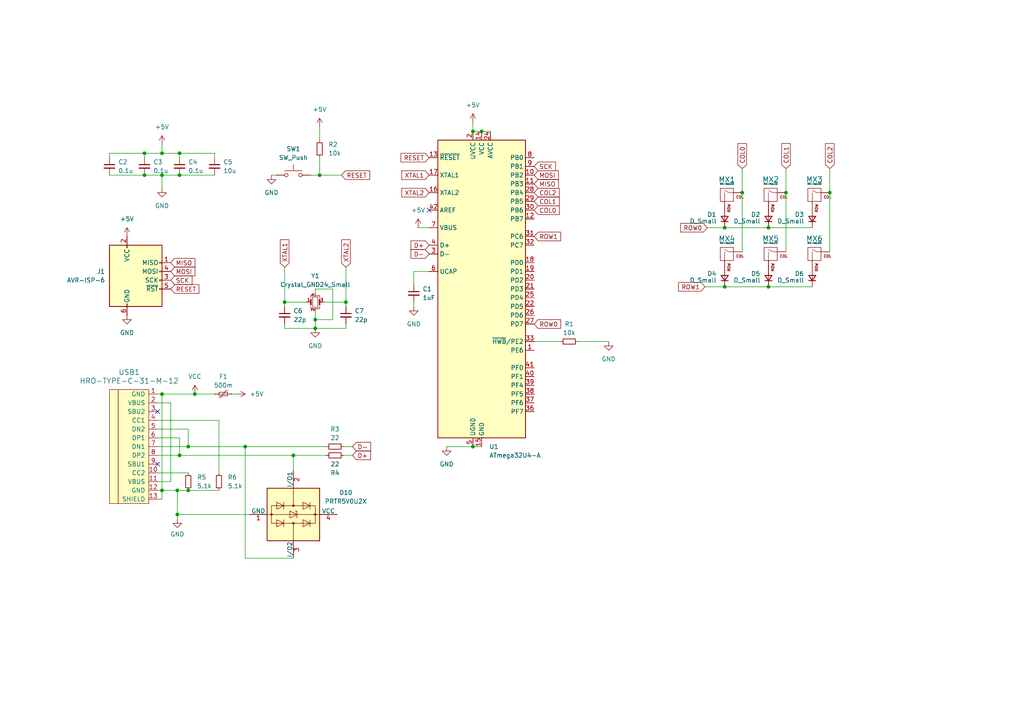
<source format=kicad_sch>
(kicad_sch (version 20230121) (generator eeschema)

  (uuid d76aedcd-90a8-48be-bc67-2cb89fa65d39)

  (paper "A4")

  (lib_symbols
    (symbol "Connector:AVR-ISP-6" (pin_names (offset 1.016)) (in_bom yes) (on_board yes)
      (property "Reference" "J" (at -6.35 11.43 0)
        (effects (font (size 1.27 1.27)) (justify left))
      )
      (property "Value" "AVR-ISP-6" (at 0 11.43 0)
        (effects (font (size 1.27 1.27)) (justify left))
      )
      (property "Footprint" "" (at -6.35 1.27 90)
        (effects (font (size 1.27 1.27)) hide)
      )
      (property "Datasheet" " ~" (at -32.385 -13.97 0)
        (effects (font (size 1.27 1.27)) hide)
      )
      (property "ki_keywords" "AVR ISP Connector" (at 0 0 0)
        (effects (font (size 1.27 1.27)) hide)
      )
      (property "ki_description" "Atmel 6-pin ISP connector" (at 0 0 0)
        (effects (font (size 1.27 1.27)) hide)
      )
      (property "ki_fp_filters" "IDC?Header*2x03* Pin?Header*2x03*" (at 0 0 0)
        (effects (font (size 1.27 1.27)) hide)
      )
      (symbol "AVR-ISP-6_0_1"
        (rectangle (start -2.667 -6.858) (end -2.413 -7.62)
          (stroke (width 0) (type default))
          (fill (type none))
        )
        (rectangle (start -2.667 10.16) (end -2.413 9.398)
          (stroke (width 0) (type default))
          (fill (type none))
        )
        (rectangle (start 7.62 -2.413) (end 6.858 -2.667)
          (stroke (width 0) (type default))
          (fill (type none))
        )
        (rectangle (start 7.62 0.127) (end 6.858 -0.127)
          (stroke (width 0) (type default))
          (fill (type none))
        )
        (rectangle (start 7.62 2.667) (end 6.858 2.413)
          (stroke (width 0) (type default))
          (fill (type none))
        )
        (rectangle (start 7.62 5.207) (end 6.858 4.953)
          (stroke (width 0) (type default))
          (fill (type none))
        )
        (rectangle (start 7.62 10.16) (end -7.62 -7.62)
          (stroke (width 0.254) (type default))
          (fill (type background))
        )
      )
      (symbol "AVR-ISP-6_1_1"
        (pin passive line (at 10.16 5.08 180) (length 2.54)
          (name "MISO" (effects (font (size 1.27 1.27))))
          (number "1" (effects (font (size 1.27 1.27))))
        )
        (pin passive line (at -2.54 12.7 270) (length 2.54)
          (name "VCC" (effects (font (size 1.27 1.27))))
          (number "2" (effects (font (size 1.27 1.27))))
        )
        (pin passive line (at 10.16 0 180) (length 2.54)
          (name "SCK" (effects (font (size 1.27 1.27))))
          (number "3" (effects (font (size 1.27 1.27))))
        )
        (pin passive line (at 10.16 2.54 180) (length 2.54)
          (name "MOSI" (effects (font (size 1.27 1.27))))
          (number "4" (effects (font (size 1.27 1.27))))
        )
        (pin passive line (at 10.16 -2.54 180) (length 2.54)
          (name "~{RST}" (effects (font (size 1.27 1.27))))
          (number "5" (effects (font (size 1.27 1.27))))
        )
        (pin passive line (at -2.54 -10.16 90) (length 2.54)
          (name "GND" (effects (font (size 1.27 1.27))))
          (number "6" (effects (font (size 1.27 1.27))))
        )
      )
    )
    (symbol "Device:C_Small" (pin_numbers hide) (pin_names (offset 0.254) hide) (in_bom yes) (on_board yes)
      (property "Reference" "C" (at 0.254 1.778 0)
        (effects (font (size 1.27 1.27)) (justify left))
      )
      (property "Value" "C_Small" (at 0.254 -2.032 0)
        (effects (font (size 1.27 1.27)) (justify left))
      )
      (property "Footprint" "" (at 0 0 0)
        (effects (font (size 1.27 1.27)) hide)
      )
      (property "Datasheet" "~" (at 0 0 0)
        (effects (font (size 1.27 1.27)) hide)
      )
      (property "ki_keywords" "capacitor cap" (at 0 0 0)
        (effects (font (size 1.27 1.27)) hide)
      )
      (property "ki_description" "Unpolarized capacitor, small symbol" (at 0 0 0)
        (effects (font (size 1.27 1.27)) hide)
      )
      (property "ki_fp_filters" "C_*" (at 0 0 0)
        (effects (font (size 1.27 1.27)) hide)
      )
      (symbol "C_Small_0_1"
        (polyline
          (pts
            (xy -1.524 -0.508)
            (xy 1.524 -0.508)
          )
          (stroke (width 0.3302) (type default))
          (fill (type none))
        )
        (polyline
          (pts
            (xy -1.524 0.508)
            (xy 1.524 0.508)
          )
          (stroke (width 0.3048) (type default))
          (fill (type none))
        )
      )
      (symbol "C_Small_1_1"
        (pin passive line (at 0 2.54 270) (length 2.032)
          (name "~" (effects (font (size 1.27 1.27))))
          (number "1" (effects (font (size 1.27 1.27))))
        )
        (pin passive line (at 0 -2.54 90) (length 2.032)
          (name "~" (effects (font (size 1.27 1.27))))
          (number "2" (effects (font (size 1.27 1.27))))
        )
      )
    )
    (symbol "Device:Crystal_GND24_Small" (pin_names (offset 1.016) hide) (in_bom yes) (on_board yes)
      (property "Reference" "Y" (at 1.27 4.445 0)
        (effects (font (size 1.27 1.27)) (justify left))
      )
      (property "Value" "Crystal_GND24_Small" (at 1.27 2.54 0)
        (effects (font (size 1.27 1.27)) (justify left))
      )
      (property "Footprint" "" (at 0 0 0)
        (effects (font (size 1.27 1.27)) hide)
      )
      (property "Datasheet" "~" (at 0 0 0)
        (effects (font (size 1.27 1.27)) hide)
      )
      (property "ki_keywords" "quartz ceramic resonator oscillator" (at 0 0 0)
        (effects (font (size 1.27 1.27)) hide)
      )
      (property "ki_description" "Four pin crystal, GND on pins 2 and 4, small symbol" (at 0 0 0)
        (effects (font (size 1.27 1.27)) hide)
      )
      (property "ki_fp_filters" "Crystal*" (at 0 0 0)
        (effects (font (size 1.27 1.27)) hide)
      )
      (symbol "Crystal_GND24_Small_0_1"
        (rectangle (start -0.762 -1.524) (end 0.762 1.524)
          (stroke (width 0) (type default))
          (fill (type none))
        )
        (polyline
          (pts
            (xy -1.27 -0.762)
            (xy -1.27 0.762)
          )
          (stroke (width 0.381) (type default))
          (fill (type none))
        )
        (polyline
          (pts
            (xy 1.27 -0.762)
            (xy 1.27 0.762)
          )
          (stroke (width 0.381) (type default))
          (fill (type none))
        )
        (polyline
          (pts
            (xy -1.27 -1.27)
            (xy -1.27 -1.905)
            (xy 1.27 -1.905)
            (xy 1.27 -1.27)
          )
          (stroke (width 0) (type default))
          (fill (type none))
        )
        (polyline
          (pts
            (xy -1.27 1.27)
            (xy -1.27 1.905)
            (xy 1.27 1.905)
            (xy 1.27 1.27)
          )
          (stroke (width 0) (type default))
          (fill (type none))
        )
      )
      (symbol "Crystal_GND24_Small_1_1"
        (pin passive line (at -2.54 0 0) (length 1.27)
          (name "1" (effects (font (size 1.27 1.27))))
          (number "1" (effects (font (size 0.762 0.762))))
        )
        (pin passive line (at 0 -2.54 90) (length 0.635)
          (name "2" (effects (font (size 1.27 1.27))))
          (number "2" (effects (font (size 0.762 0.762))))
        )
        (pin passive line (at 2.54 0 180) (length 1.27)
          (name "3" (effects (font (size 1.27 1.27))))
          (number "3" (effects (font (size 0.762 0.762))))
        )
        (pin passive line (at 0 2.54 270) (length 0.635)
          (name "4" (effects (font (size 1.27 1.27))))
          (number "4" (effects (font (size 0.762 0.762))))
        )
      )
    )
    (symbol "Device:D_Small" (pin_numbers hide) (pin_names (offset 0.254) hide) (in_bom yes) (on_board yes)
      (property "Reference" "D" (at -1.27 2.032 0)
        (effects (font (size 1.27 1.27)) (justify left))
      )
      (property "Value" "D_Small" (at -3.81 -2.032 0)
        (effects (font (size 1.27 1.27)) (justify left))
      )
      (property "Footprint" "" (at 0 0 90)
        (effects (font (size 1.27 1.27)) hide)
      )
      (property "Datasheet" "~" (at 0 0 90)
        (effects (font (size 1.27 1.27)) hide)
      )
      (property "Sim.Device" "D" (at 0 0 0)
        (effects (font (size 1.27 1.27)) hide)
      )
      (property "Sim.Pins" "1=K 2=A" (at 0 0 0)
        (effects (font (size 1.27 1.27)) hide)
      )
      (property "ki_keywords" "diode" (at 0 0 0)
        (effects (font (size 1.27 1.27)) hide)
      )
      (property "ki_description" "Diode, small symbol" (at 0 0 0)
        (effects (font (size 1.27 1.27)) hide)
      )
      (property "ki_fp_filters" "TO-???* *_Diode_* *SingleDiode* D_*" (at 0 0 0)
        (effects (font (size 1.27 1.27)) hide)
      )
      (symbol "D_Small_0_1"
        (polyline
          (pts
            (xy -0.762 -1.016)
            (xy -0.762 1.016)
          )
          (stroke (width 0.254) (type default))
          (fill (type none))
        )
        (polyline
          (pts
            (xy -0.762 0)
            (xy 0.762 0)
          )
          (stroke (width 0) (type default))
          (fill (type none))
        )
        (polyline
          (pts
            (xy 0.762 -1.016)
            (xy -0.762 0)
            (xy 0.762 1.016)
            (xy 0.762 -1.016)
          )
          (stroke (width 0.254) (type default))
          (fill (type none))
        )
      )
      (symbol "D_Small_1_1"
        (pin passive line (at -2.54 0 0) (length 1.778)
          (name "K" (effects (font (size 1.27 1.27))))
          (number "1" (effects (font (size 1.27 1.27))))
        )
        (pin passive line (at 2.54 0 180) (length 1.778)
          (name "A" (effects (font (size 1.27 1.27))))
          (number "2" (effects (font (size 1.27 1.27))))
        )
      )
    )
    (symbol "Device:Polyfuse_Small" (pin_numbers hide) (pin_names (offset 0)) (in_bom yes) (on_board yes)
      (property "Reference" "F" (at -1.905 0 90)
        (effects (font (size 1.27 1.27)))
      )
      (property "Value" "Polyfuse_Small" (at 1.905 0 90)
        (effects (font (size 1.27 1.27)))
      )
      (property "Footprint" "" (at 1.27 -5.08 0)
        (effects (font (size 1.27 1.27)) (justify left) hide)
      )
      (property "Datasheet" "~" (at 0 0 0)
        (effects (font (size 1.27 1.27)) hide)
      )
      (property "ki_keywords" "resettable fuse PTC PPTC polyfuse polyswitch" (at 0 0 0)
        (effects (font (size 1.27 1.27)) hide)
      )
      (property "ki_description" "Resettable fuse, polymeric positive temperature coefficient, small symbol" (at 0 0 0)
        (effects (font (size 1.27 1.27)) hide)
      )
      (property "ki_fp_filters" "*polyfuse* *PTC*" (at 0 0 0)
        (effects (font (size 1.27 1.27)) hide)
      )
      (symbol "Polyfuse_Small_0_1"
        (rectangle (start -0.508 1.27) (end 0.508 -1.27)
          (stroke (width 0) (type default))
          (fill (type none))
        )
        (polyline
          (pts
            (xy 0 2.54)
            (xy 0 -2.54)
          )
          (stroke (width 0) (type default))
          (fill (type none))
        )
        (polyline
          (pts
            (xy -1.016 1.27)
            (xy -1.016 0.762)
            (xy 1.016 -0.762)
            (xy 1.016 -1.27)
          )
          (stroke (width 0) (type default))
          (fill (type none))
        )
      )
      (symbol "Polyfuse_Small_1_1"
        (pin passive line (at 0 2.54 270) (length 0.635)
          (name "~" (effects (font (size 1.27 1.27))))
          (number "1" (effects (font (size 1.27 1.27))))
        )
        (pin passive line (at 0 -2.54 90) (length 0.635)
          (name "~" (effects (font (size 1.27 1.27))))
          (number "2" (effects (font (size 1.27 1.27))))
        )
      )
    )
    (symbol "Device:R_Small" (pin_numbers hide) (pin_names (offset 0.254) hide) (in_bom yes) (on_board yes)
      (property "Reference" "R" (at 0.762 0.508 0)
        (effects (font (size 1.27 1.27)) (justify left))
      )
      (property "Value" "R_Small" (at 0.762 -1.016 0)
        (effects (font (size 1.27 1.27)) (justify left))
      )
      (property "Footprint" "" (at 0 0 0)
        (effects (font (size 1.27 1.27)) hide)
      )
      (property "Datasheet" "~" (at 0 0 0)
        (effects (font (size 1.27 1.27)) hide)
      )
      (property "ki_keywords" "R resistor" (at 0 0 0)
        (effects (font (size 1.27 1.27)) hide)
      )
      (property "ki_description" "Resistor, small symbol" (at 0 0 0)
        (effects (font (size 1.27 1.27)) hide)
      )
      (property "ki_fp_filters" "R_*" (at 0 0 0)
        (effects (font (size 1.27 1.27)) hide)
      )
      (symbol "R_Small_0_1"
        (rectangle (start -0.762 1.778) (end 0.762 -1.778)
          (stroke (width 0.2032) (type default))
          (fill (type none))
        )
      )
      (symbol "R_Small_1_1"
        (pin passive line (at 0 2.54 270) (length 0.762)
          (name "~" (effects (font (size 1.27 1.27))))
          (number "1" (effects (font (size 1.27 1.27))))
        )
        (pin passive line (at 0 -2.54 90) (length 0.762)
          (name "~" (effects (font (size 1.27 1.27))))
          (number "2" (effects (font (size 1.27 1.27))))
        )
      )
    )
    (symbol "MCU_Microchip_ATmega:ATmega32U4-A" (in_bom yes) (on_board yes)
      (property "Reference" "U" (at -12.7 44.45 0)
        (effects (font (size 1.27 1.27)) (justify left bottom))
      )
      (property "Value" "ATmega32U4-A" (at 2.54 -44.45 0)
        (effects (font (size 1.27 1.27)) (justify left top))
      )
      (property "Footprint" "Package_QFP:TQFP-44_10x10mm_P0.8mm" (at 0 0 0)
        (effects (font (size 1.27 1.27) italic) hide)
      )
      (property "Datasheet" "http://ww1.microchip.com/downloads/en/DeviceDoc/Atmel-7766-8-bit-AVR-ATmega16U4-32U4_Datasheet.pdf" (at 0 0 0)
        (effects (font (size 1.27 1.27)) hide)
      )
      (property "ki_keywords" "AVR 8bit Microcontroller MegaAVR USB" (at 0 0 0)
        (effects (font (size 1.27 1.27)) hide)
      )
      (property "ki_description" "16MHz, 32kB Flash, 2.5kB SRAM, 1kB EEPROM, USB 2.0, TQFP-44" (at 0 0 0)
        (effects (font (size 1.27 1.27)) hide)
      )
      (property "ki_fp_filters" "TQFP*10x10mm*P0.8mm*" (at 0 0 0)
        (effects (font (size 1.27 1.27)) hide)
      )
      (symbol "ATmega32U4-A_0_1"
        (rectangle (start -12.7 -43.18) (end 12.7 43.18)
          (stroke (width 0.254) (type default))
          (fill (type background))
        )
      )
      (symbol "ATmega32U4-A_1_1"
        (pin bidirectional line (at 15.24 -17.78 180) (length 2.54)
          (name "PE6" (effects (font (size 1.27 1.27))))
          (number "1" (effects (font (size 1.27 1.27))))
        )
        (pin bidirectional line (at 15.24 33.02 180) (length 2.54)
          (name "PB2" (effects (font (size 1.27 1.27))))
          (number "10" (effects (font (size 1.27 1.27))))
        )
        (pin bidirectional line (at 15.24 30.48 180) (length 2.54)
          (name "PB3" (effects (font (size 1.27 1.27))))
          (number "11" (effects (font (size 1.27 1.27))))
        )
        (pin bidirectional line (at 15.24 20.32 180) (length 2.54)
          (name "PB7" (effects (font (size 1.27 1.27))))
          (number "12" (effects (font (size 1.27 1.27))))
        )
        (pin input line (at -15.24 38.1 0) (length 2.54)
          (name "~{RESET}" (effects (font (size 1.27 1.27))))
          (number "13" (effects (font (size 1.27 1.27))))
        )
        (pin power_in line (at 0 45.72 270) (length 2.54)
          (name "VCC" (effects (font (size 1.27 1.27))))
          (number "14" (effects (font (size 1.27 1.27))))
        )
        (pin power_in line (at 0 -45.72 90) (length 2.54)
          (name "GND" (effects (font (size 1.27 1.27))))
          (number "15" (effects (font (size 1.27 1.27))))
        )
        (pin output line (at -15.24 27.94 0) (length 2.54)
          (name "XTAL2" (effects (font (size 1.27 1.27))))
          (number "16" (effects (font (size 1.27 1.27))))
        )
        (pin input line (at -15.24 33.02 0) (length 2.54)
          (name "XTAL1" (effects (font (size 1.27 1.27))))
          (number "17" (effects (font (size 1.27 1.27))))
        )
        (pin bidirectional line (at 15.24 7.62 180) (length 2.54)
          (name "PD0" (effects (font (size 1.27 1.27))))
          (number "18" (effects (font (size 1.27 1.27))))
        )
        (pin bidirectional line (at 15.24 5.08 180) (length 2.54)
          (name "PD1" (effects (font (size 1.27 1.27))))
          (number "19" (effects (font (size 1.27 1.27))))
        )
        (pin power_in line (at -2.54 45.72 270) (length 2.54)
          (name "UVCC" (effects (font (size 1.27 1.27))))
          (number "2" (effects (font (size 1.27 1.27))))
        )
        (pin bidirectional line (at 15.24 2.54 180) (length 2.54)
          (name "PD2" (effects (font (size 1.27 1.27))))
          (number "20" (effects (font (size 1.27 1.27))))
        )
        (pin bidirectional line (at 15.24 0 180) (length 2.54)
          (name "PD3" (effects (font (size 1.27 1.27))))
          (number "21" (effects (font (size 1.27 1.27))))
        )
        (pin bidirectional line (at 15.24 -5.08 180) (length 2.54)
          (name "PD5" (effects (font (size 1.27 1.27))))
          (number "22" (effects (font (size 1.27 1.27))))
        )
        (pin passive line (at 0 -45.72 90) (length 2.54) hide
          (name "GND" (effects (font (size 1.27 1.27))))
          (number "23" (effects (font (size 1.27 1.27))))
        )
        (pin power_in line (at 2.54 45.72 270) (length 2.54)
          (name "AVCC" (effects (font (size 1.27 1.27))))
          (number "24" (effects (font (size 1.27 1.27))))
        )
        (pin bidirectional line (at 15.24 -2.54 180) (length 2.54)
          (name "PD4" (effects (font (size 1.27 1.27))))
          (number "25" (effects (font (size 1.27 1.27))))
        )
        (pin bidirectional line (at 15.24 -7.62 180) (length 2.54)
          (name "PD6" (effects (font (size 1.27 1.27))))
          (number "26" (effects (font (size 1.27 1.27))))
        )
        (pin bidirectional line (at 15.24 -10.16 180) (length 2.54)
          (name "PD7" (effects (font (size 1.27 1.27))))
          (number "27" (effects (font (size 1.27 1.27))))
        )
        (pin bidirectional line (at 15.24 27.94 180) (length 2.54)
          (name "PB4" (effects (font (size 1.27 1.27))))
          (number "28" (effects (font (size 1.27 1.27))))
        )
        (pin bidirectional line (at 15.24 25.4 180) (length 2.54)
          (name "PB5" (effects (font (size 1.27 1.27))))
          (number "29" (effects (font (size 1.27 1.27))))
        )
        (pin bidirectional line (at -15.24 10.16 0) (length 2.54)
          (name "D-" (effects (font (size 1.27 1.27))))
          (number "3" (effects (font (size 1.27 1.27))))
        )
        (pin bidirectional line (at 15.24 22.86 180) (length 2.54)
          (name "PB6" (effects (font (size 1.27 1.27))))
          (number "30" (effects (font (size 1.27 1.27))))
        )
        (pin bidirectional line (at 15.24 15.24 180) (length 2.54)
          (name "PC6" (effects (font (size 1.27 1.27))))
          (number "31" (effects (font (size 1.27 1.27))))
        )
        (pin bidirectional line (at 15.24 12.7 180) (length 2.54)
          (name "PC7" (effects (font (size 1.27 1.27))))
          (number "32" (effects (font (size 1.27 1.27))))
        )
        (pin bidirectional line (at 15.24 -15.24 180) (length 2.54)
          (name "~{HWB}/PE2" (effects (font (size 1.27 1.27))))
          (number "33" (effects (font (size 1.27 1.27))))
        )
        (pin passive line (at 0 45.72 270) (length 2.54) hide
          (name "VCC" (effects (font (size 1.27 1.27))))
          (number "34" (effects (font (size 1.27 1.27))))
        )
        (pin passive line (at 0 -45.72 90) (length 2.54) hide
          (name "GND" (effects (font (size 1.27 1.27))))
          (number "35" (effects (font (size 1.27 1.27))))
        )
        (pin bidirectional line (at 15.24 -35.56 180) (length 2.54)
          (name "PF7" (effects (font (size 1.27 1.27))))
          (number "36" (effects (font (size 1.27 1.27))))
        )
        (pin bidirectional line (at 15.24 -33.02 180) (length 2.54)
          (name "PF6" (effects (font (size 1.27 1.27))))
          (number "37" (effects (font (size 1.27 1.27))))
        )
        (pin bidirectional line (at 15.24 -30.48 180) (length 2.54)
          (name "PF5" (effects (font (size 1.27 1.27))))
          (number "38" (effects (font (size 1.27 1.27))))
        )
        (pin bidirectional line (at 15.24 -27.94 180) (length 2.54)
          (name "PF4" (effects (font (size 1.27 1.27))))
          (number "39" (effects (font (size 1.27 1.27))))
        )
        (pin bidirectional line (at -15.24 12.7 0) (length 2.54)
          (name "D+" (effects (font (size 1.27 1.27))))
          (number "4" (effects (font (size 1.27 1.27))))
        )
        (pin bidirectional line (at 15.24 -25.4 180) (length 2.54)
          (name "PF1" (effects (font (size 1.27 1.27))))
          (number "40" (effects (font (size 1.27 1.27))))
        )
        (pin bidirectional line (at 15.24 -22.86 180) (length 2.54)
          (name "PF0" (effects (font (size 1.27 1.27))))
          (number "41" (effects (font (size 1.27 1.27))))
        )
        (pin passive line (at -15.24 22.86 0) (length 2.54)
          (name "AREF" (effects (font (size 1.27 1.27))))
          (number "42" (effects (font (size 1.27 1.27))))
        )
        (pin passive line (at 0 -45.72 90) (length 2.54) hide
          (name "GND" (effects (font (size 1.27 1.27))))
          (number "43" (effects (font (size 1.27 1.27))))
        )
        (pin passive line (at 2.54 45.72 270) (length 2.54) hide
          (name "AVCC" (effects (font (size 1.27 1.27))))
          (number "44" (effects (font (size 1.27 1.27))))
        )
        (pin passive line (at -2.54 -45.72 90) (length 2.54)
          (name "UGND" (effects (font (size 1.27 1.27))))
          (number "5" (effects (font (size 1.27 1.27))))
        )
        (pin passive line (at -15.24 5.08 0) (length 2.54)
          (name "UCAP" (effects (font (size 1.27 1.27))))
          (number "6" (effects (font (size 1.27 1.27))))
        )
        (pin input line (at -15.24 17.78 0) (length 2.54)
          (name "VBUS" (effects (font (size 1.27 1.27))))
          (number "7" (effects (font (size 1.27 1.27))))
        )
        (pin bidirectional line (at 15.24 38.1 180) (length 2.54)
          (name "PB0" (effects (font (size 1.27 1.27))))
          (number "8" (effects (font (size 1.27 1.27))))
        )
        (pin bidirectional line (at 15.24 35.56 180) (length 2.54)
          (name "PB1" (effects (font (size 1.27 1.27))))
          (number "9" (effects (font (size 1.27 1.27))))
        )
      )
    )
    (symbol "MX_Alps_Hybrid:MX-NoLED" (pin_names (offset 1.016)) (in_bom yes) (on_board yes)
      (property "Reference" "MX" (at -0.635 3.81 0)
        (effects (font (size 1.524 1.524)))
      )
      (property "Value" "MX-NoLED" (at -0.635 1.27 0)
        (effects (font (size 0.508 0.508)))
      )
      (property "Footprint" "" (at -15.875 -0.635 0)
        (effects (font (size 1.524 1.524)) hide)
      )
      (property "Datasheet" "" (at -15.875 -0.635 0)
        (effects (font (size 1.524 1.524)) hide)
      )
      (symbol "MX-NoLED_0_0"
        (rectangle (start -2.54 2.54) (end 1.27 -1.27)
          (stroke (width 0) (type solid))
          (fill (type none))
        )
        (polyline
          (pts
            (xy -1.27 -1.27)
            (xy -1.27 1.27)
          )
          (stroke (width 0.127) (type solid))
          (fill (type none))
        )
        (polyline
          (pts
            (xy 1.27 1.27)
            (xy 0 1.27)
            (xy -1.27 1.905)
          )
          (stroke (width 0.127) (type solid))
          (fill (type none))
        )
        (text "COL" (at 3.175 0 0)
          (effects (font (size 0.762 0.762)))
        )
        (text "ROW" (at 0 -1.905 900)
          (effects (font (size 0.762 0.762)) (justify right))
        )
      )
      (symbol "MX-NoLED_1_1"
        (pin passive line (at 3.81 1.27 180) (length 2.54)
          (name "COL" (effects (font (size 0 0))))
          (number "1" (effects (font (size 0 0))))
        )
        (pin passive line (at -1.27 -3.81 90) (length 2.54)
          (name "ROW" (effects (font (size 0 0))))
          (number "2" (effects (font (size 0 0))))
        )
      )
    )
    (symbol "Power_Protection:PRTR5V0U2X" (pin_names (offset 0)) (in_bom yes) (on_board yes)
      (property "Reference" "D" (at 2.794 8.636 0)
        (effects (font (size 1.27 1.27)))
      )
      (property "Value" "PRTR5V0U2X" (at 8.128 -9.398 0)
        (effects (font (size 1.27 1.27)))
      )
      (property "Footprint" "Package_TO_SOT_SMD:SOT-143" (at 1.524 0 0)
        (effects (font (size 1.27 1.27)) hide)
      )
      (property "Datasheet" "https://assets.nexperia.com/documents/data-sheet/PRTR5V0U2X.pdf" (at 1.524 0 0)
        (effects (font (size 1.27 1.27)) hide)
      )
      (property "ki_keywords" "ESD protection diode" (at 0 0 0)
        (effects (font (size 1.27 1.27)) hide)
      )
      (property "ki_description" "Ultra low capacitance double rail-to-rail ESD protection diode, SOT-143" (at 0 0 0)
        (effects (font (size 1.27 1.27)) hide)
      )
      (property "ki_fp_filters" "SOT?143*" (at 0 0 0)
        (effects (font (size 1.27 1.27)) hide)
      )
      (symbol "PRTR5V0U2X_0_1"
        (rectangle (start -7.62 -7.62) (end 7.62 7.62)
          (stroke (width 0.254) (type default))
          (fill (type background))
        )
        (circle (center -2.54 0) (radius 0.254)
          (stroke (width 0) (type default))
          (fill (type outline))
        )
        (rectangle (start -2.54 6.35) (end 2.54 -6.35)
          (stroke (width 0) (type default))
          (fill (type none))
        )
        (circle (center 0 -6.35) (radius 0.254)
          (stroke (width 0) (type default))
          (fill (type outline))
        )
        (polyline
          (pts
            (xy -2.54 0)
            (xy -7.62 0)
          )
          (stroke (width 0) (type default))
          (fill (type none))
        )
        (polyline
          (pts
            (xy -1.524 -2.794)
            (xy -3.556 -2.794)
          )
          (stroke (width 0) (type default))
          (fill (type none))
        )
        (polyline
          (pts
            (xy -1.524 4.826)
            (xy -3.556 4.826)
          )
          (stroke (width 0) (type default))
          (fill (type none))
        )
        (polyline
          (pts
            (xy 0 -7.62)
            (xy 0 7.62)
          )
          (stroke (width 0) (type default))
          (fill (type none))
        )
        (polyline
          (pts
            (xy 1.524 -2.794)
            (xy 3.556 -2.794)
          )
          (stroke (width 0) (type default))
          (fill (type none))
        )
        (polyline
          (pts
            (xy 1.524 4.826)
            (xy 3.556 4.826)
          )
          (stroke (width 0) (type default))
          (fill (type none))
        )
        (polyline
          (pts
            (xy 2.54 0)
            (xy 7.62 0)
          )
          (stroke (width 0) (type default))
          (fill (type none))
        )
        (polyline
          (pts
            (xy 1.016 1.016)
            (xy -1.016 1.016)
            (xy -1.016 0.508)
          )
          (stroke (width 0) (type default))
          (fill (type none))
        )
        (polyline
          (pts
            (xy -3.556 -4.826)
            (xy -1.524 -4.826)
            (xy -2.54 -2.794)
            (xy -3.556 -4.826)
          )
          (stroke (width 0) (type default))
          (fill (type none))
        )
        (polyline
          (pts
            (xy -3.556 2.794)
            (xy -1.524 2.794)
            (xy -2.54 4.826)
            (xy -3.556 2.794)
          )
          (stroke (width 0) (type default))
          (fill (type none))
        )
        (polyline
          (pts
            (xy -1.016 -1.016)
            (xy 1.016 -1.016)
            (xy 0 1.016)
            (xy -1.016 -1.016)
          )
          (stroke (width 0) (type default))
          (fill (type none))
        )
        (polyline
          (pts
            (xy 3.556 -4.826)
            (xy 1.524 -4.826)
            (xy 2.54 -2.794)
            (xy 3.556 -4.826)
          )
          (stroke (width 0) (type default))
          (fill (type none))
        )
        (polyline
          (pts
            (xy 3.556 2.794)
            (xy 1.524 2.794)
            (xy 2.54 4.826)
            (xy 3.556 2.794)
          )
          (stroke (width 0) (type default))
          (fill (type none))
        )
        (circle (center 0 6.35) (radius 0.254)
          (stroke (width 0) (type default))
          (fill (type outline))
        )
        (circle (center 2.54 0) (radius 0.254)
          (stroke (width 0) (type default))
          (fill (type outline))
        )
      )
      (symbol "PRTR5V0U2X_1_1"
        (pin passive line (at 0 -12.7 90) (length 5.08)
          (name "GND" (effects (font (size 1.27 1.27))))
          (number "1" (effects (font (size 1.27 1.27))))
        )
        (pin passive line (at -12.7 0 0) (length 5.08)
          (name "I/O1" (effects (font (size 1.27 1.27))))
          (number "2" (effects (font (size 1.27 1.27))))
        )
        (pin passive line (at 12.7 0 180) (length 5.08)
          (name "I/O2" (effects (font (size 1.27 1.27))))
          (number "3" (effects (font (size 1.27 1.27))))
        )
        (pin passive line (at 0 12.7 270) (length 5.08)
          (name "VCC" (effects (font (size 1.27 1.27))))
          (number "4" (effects (font (size 1.27 1.27))))
        )
      )
    )
    (symbol "Switch:SW_Push" (pin_numbers hide) (pin_names (offset 1.016) hide) (in_bom yes) (on_board yes)
      (property "Reference" "SW" (at 1.27 2.54 0)
        (effects (font (size 1.27 1.27)) (justify left))
      )
      (property "Value" "SW_Push" (at 0 -1.524 0)
        (effects (font (size 1.27 1.27)))
      )
      (property "Footprint" "" (at 0 5.08 0)
        (effects (font (size 1.27 1.27)) hide)
      )
      (property "Datasheet" "~" (at 0 5.08 0)
        (effects (font (size 1.27 1.27)) hide)
      )
      (property "ki_keywords" "switch normally-open pushbutton push-button" (at 0 0 0)
        (effects (font (size 1.27 1.27)) hide)
      )
      (property "ki_description" "Push button switch, generic, two pins" (at 0 0 0)
        (effects (font (size 1.27 1.27)) hide)
      )
      (symbol "SW_Push_0_1"
        (circle (center -2.032 0) (radius 0.508)
          (stroke (width 0) (type default))
          (fill (type none))
        )
        (polyline
          (pts
            (xy 0 1.27)
            (xy 0 3.048)
          )
          (stroke (width 0) (type default))
          (fill (type none))
        )
        (polyline
          (pts
            (xy 2.54 1.27)
            (xy -2.54 1.27)
          )
          (stroke (width 0) (type default))
          (fill (type none))
        )
        (circle (center 2.032 0) (radius 0.508)
          (stroke (width 0) (type default))
          (fill (type none))
        )
        (pin passive line (at -5.08 0 0) (length 2.54)
          (name "1" (effects (font (size 1.27 1.27))))
          (number "1" (effects (font (size 1.27 1.27))))
        )
        (pin passive line (at 5.08 0 180) (length 2.54)
          (name "2" (effects (font (size 1.27 1.27))))
          (number "2" (effects (font (size 1.27 1.27))))
        )
      )
    )
    (symbol "Type-C:HRO-TYPE-C-31-M-12" (pin_names (offset 1.016)) (in_bom yes) (on_board yes)
      (property "Reference" "USB" (at -5.08 16.51 0)
        (effects (font (size 1.524 1.524)))
      )
      (property "Value" "HRO-TYPE-C-31-M-12" (at -10.16 -1.27 90)
        (effects (font (size 1.524 1.524)))
      )
      (property "Footprint" "" (at 0 0 0)
        (effects (font (size 1.524 1.524)) hide)
      )
      (property "Datasheet" "" (at 0 0 0)
        (effects (font (size 1.524 1.524)) hide)
      )
      (symbol "HRO-TYPE-C-31-M-12_0_1"
        (rectangle (start -11.43 15.24) (end -8.89 -17.78)
          (stroke (width 0) (type solid))
          (fill (type background))
        )
        (rectangle (start 0 -17.78) (end -8.89 15.24)
          (stroke (width 0) (type solid))
          (fill (type background))
        )
      )
      (symbol "HRO-TYPE-C-31-M-12_1_1"
        (pin input line (at 2.54 13.97 180) (length 2.54)
          (name "GND" (effects (font (size 1.27 1.27))))
          (number "1" (effects (font (size 1.27 1.27))))
        )
        (pin input line (at 2.54 -8.89 180) (length 2.54)
          (name "CC2" (effects (font (size 1.27 1.27))))
          (number "10" (effects (font (size 1.27 1.27))))
        )
        (pin input line (at 2.54 -11.43 180) (length 2.54)
          (name "VBUS" (effects (font (size 1.27 1.27))))
          (number "11" (effects (font (size 1.27 1.27))))
        )
        (pin input line (at 2.54 -13.97 180) (length 2.54)
          (name "GND" (effects (font (size 1.27 1.27))))
          (number "12" (effects (font (size 1.27 1.27))))
        )
        (pin input line (at 2.54 -16.51 180) (length 2.54)
          (name "SHIELD" (effects (font (size 1.27 1.27))))
          (number "13" (effects (font (size 1.27 1.27))))
        )
        (pin input line (at 2.54 11.43 180) (length 2.54)
          (name "VBUS" (effects (font (size 1.27 1.27))))
          (number "2" (effects (font (size 1.27 1.27))))
        )
        (pin input line (at 2.54 8.89 180) (length 2.54)
          (name "SBU2" (effects (font (size 1.27 1.27))))
          (number "3" (effects (font (size 1.27 1.27))))
        )
        (pin input line (at 2.54 6.35 180) (length 2.54)
          (name "CC1" (effects (font (size 1.27 1.27))))
          (number "4" (effects (font (size 1.27 1.27))))
        )
        (pin input line (at 2.54 3.81 180) (length 2.54)
          (name "DN2" (effects (font (size 1.27 1.27))))
          (number "5" (effects (font (size 1.27 1.27))))
        )
        (pin input line (at 2.54 1.27 180) (length 2.54)
          (name "DP1" (effects (font (size 1.27 1.27))))
          (number "6" (effects (font (size 1.27 1.27))))
        )
        (pin input line (at 2.54 -1.27 180) (length 2.54)
          (name "DN1" (effects (font (size 1.27 1.27))))
          (number "7" (effects (font (size 1.27 1.27))))
        )
        (pin input line (at 2.54 -3.81 180) (length 2.54)
          (name "DP2" (effects (font (size 1.27 1.27))))
          (number "8" (effects (font (size 1.27 1.27))))
        )
        (pin input line (at 2.54 -6.35 180) (length 2.54)
          (name "SBU1" (effects (font (size 1.27 1.27))))
          (number "9" (effects (font (size 1.27 1.27))))
        )
      )
    )
    (symbol "power:+5V" (power) (pin_names (offset 0)) (in_bom yes) (on_board yes)
      (property "Reference" "#PWR" (at 0 -3.81 0)
        (effects (font (size 1.27 1.27)) hide)
      )
      (property "Value" "+5V" (at 0 3.556 0)
        (effects (font (size 1.27 1.27)))
      )
      (property "Footprint" "" (at 0 0 0)
        (effects (font (size 1.27 1.27)) hide)
      )
      (property "Datasheet" "" (at 0 0 0)
        (effects (font (size 1.27 1.27)) hide)
      )
      (property "ki_keywords" "global power" (at 0 0 0)
        (effects (font (size 1.27 1.27)) hide)
      )
      (property "ki_description" "Power symbol creates a global label with name \"+5V\"" (at 0 0 0)
        (effects (font (size 1.27 1.27)) hide)
      )
      (symbol "+5V_0_1"
        (polyline
          (pts
            (xy -0.762 1.27)
            (xy 0 2.54)
          )
          (stroke (width 0) (type default))
          (fill (type none))
        )
        (polyline
          (pts
            (xy 0 0)
            (xy 0 2.54)
          )
          (stroke (width 0) (type default))
          (fill (type none))
        )
        (polyline
          (pts
            (xy 0 2.54)
            (xy 0.762 1.27)
          )
          (stroke (width 0) (type default))
          (fill (type none))
        )
      )
      (symbol "+5V_1_1"
        (pin power_in line (at 0 0 90) (length 0) hide
          (name "+5V" (effects (font (size 1.27 1.27))))
          (number "1" (effects (font (size 1.27 1.27))))
        )
      )
    )
    (symbol "power:GND" (power) (pin_names (offset 0)) (in_bom yes) (on_board yes)
      (property "Reference" "#PWR" (at 0 -6.35 0)
        (effects (font (size 1.27 1.27)) hide)
      )
      (property "Value" "GND" (at 0 -3.81 0)
        (effects (font (size 1.27 1.27)))
      )
      (property "Footprint" "" (at 0 0 0)
        (effects (font (size 1.27 1.27)) hide)
      )
      (property "Datasheet" "" (at 0 0 0)
        (effects (font (size 1.27 1.27)) hide)
      )
      (property "ki_keywords" "global power" (at 0 0 0)
        (effects (font (size 1.27 1.27)) hide)
      )
      (property "ki_description" "Power symbol creates a global label with name \"GND\" , ground" (at 0 0 0)
        (effects (font (size 1.27 1.27)) hide)
      )
      (symbol "GND_0_1"
        (polyline
          (pts
            (xy 0 0)
            (xy 0 -1.27)
            (xy 1.27 -1.27)
            (xy 0 -2.54)
            (xy -1.27 -1.27)
            (xy 0 -1.27)
          )
          (stroke (width 0) (type default))
          (fill (type none))
        )
      )
      (symbol "GND_1_1"
        (pin power_in line (at 0 0 270) (length 0) hide
          (name "GND" (effects (font (size 1.27 1.27))))
          (number "1" (effects (font (size 1.27 1.27))))
        )
      )
    )
    (symbol "power:VCC" (power) (pin_names (offset 0)) (in_bom yes) (on_board yes)
      (property "Reference" "#PWR" (at 0 -3.81 0)
        (effects (font (size 1.27 1.27)) hide)
      )
      (property "Value" "VCC" (at 0 3.81 0)
        (effects (font (size 1.27 1.27)))
      )
      (property "Footprint" "" (at 0 0 0)
        (effects (font (size 1.27 1.27)) hide)
      )
      (property "Datasheet" "" (at 0 0 0)
        (effects (font (size 1.27 1.27)) hide)
      )
      (property "ki_keywords" "global power" (at 0 0 0)
        (effects (font (size 1.27 1.27)) hide)
      )
      (property "ki_description" "Power symbol creates a global label with name \"VCC\"" (at 0 0 0)
        (effects (font (size 1.27 1.27)) hide)
      )
      (symbol "VCC_0_1"
        (polyline
          (pts
            (xy -0.762 1.27)
            (xy 0 2.54)
          )
          (stroke (width 0) (type default))
          (fill (type none))
        )
        (polyline
          (pts
            (xy 0 0)
            (xy 0 2.54)
          )
          (stroke (width 0) (type default))
          (fill (type none))
        )
        (polyline
          (pts
            (xy 0 2.54)
            (xy 0.762 1.27)
          )
          (stroke (width 0) (type default))
          (fill (type none))
        )
      )
      (symbol "VCC_1_1"
        (pin power_in line (at 0 0 90) (length 0) hide
          (name "VCC" (effects (font (size 1.27 1.27))))
          (number "1" (effects (font (size 1.27 1.27))))
        )
      )
    )
  )

  (junction (at 51.435 142.24) (diameter 0) (color 0 0 0 0)
    (uuid 008fe8fa-94f5-4a00-b275-42eb708ac3f8)
  )
  (junction (at 52.07 132.08) (diameter 0) (color 0 0 0 0)
    (uuid 06b477e8-bcf4-4d58-ae17-c94fdb65da6d)
  )
  (junction (at 52.07 44.45) (diameter 0) (color 0 0 0 0)
    (uuid 0acce7c9-087d-4ebf-afdb-422b3921b723)
  )
  (junction (at 222.885 66.04) (diameter 0) (color 0 0 0 0)
    (uuid 10041f1f-ab43-4b65-902b-2e84634c2dc7)
  )
  (junction (at 54.61 129.54) (diameter 0) (color 0 0 0 0)
    (uuid 3ba28a09-3ac6-4157-9bbd-7863e1c7d748)
  )
  (junction (at 54.61 142.24) (diameter 0) (color 0 0 0 0)
    (uuid 4a6274e9-9ba0-46a2-a42d-0f97a4d6dfb4)
  )
  (junction (at 139.7 38.1) (diameter 0) (color 0 0 0 0)
    (uuid 4ace3b90-d34d-493e-873c-bbcf4fbffef5)
  )
  (junction (at 91.44 92.71) (diameter 0) (color 0 0 0 0)
    (uuid 4ddd6566-ff24-4307-b0f5-2a7d331c5ee1)
  )
  (junction (at 215.265 55.88) (diameter 0) (color 0 0 0 0)
    (uuid 4fe1b4bb-3c36-4325-9a4d-2a5510f762d8)
  )
  (junction (at 210.185 83.185) (diameter 0) (color 0 0 0 0)
    (uuid 567f12f4-b1ed-4b11-bf1f-1f660299aa80)
  )
  (junction (at 222.885 83.185) (diameter 0) (color 0 0 0 0)
    (uuid 5daadcb1-7eb7-419f-b791-cc6b6fd21cda)
  )
  (junction (at 240.665 55.88) (diameter 0) (color 0 0 0 0)
    (uuid 5f2d74ab-a4a1-4c1b-844a-852dc579006b)
  )
  (junction (at 137.16 38.1) (diameter 0) (color 0 0 0 0)
    (uuid 6f8f3f17-d689-48c6-9182-916e674cf322)
  )
  (junction (at 100.33 87.63) (diameter 0) (color 0 0 0 0)
    (uuid 74d7f3c5-e377-446c-8425-f38ec97ec7c4)
  )
  (junction (at 46.99 142.24) (diameter 0) (color 0 0 0 0)
    (uuid 75d6dd5a-2dec-40b8-9a1d-61b14caf1e31)
  )
  (junction (at 227.965 55.88) (diameter 0) (color 0 0 0 0)
    (uuid 7d82b73e-cfd2-43c1-9106-9bea0e30a4cb)
  )
  (junction (at 137.16 129.54) (diameter 0) (color 0 0 0 0)
    (uuid 87c80cf9-c67d-421b-a396-5ec22fd3f22b)
  )
  (junction (at 85.09 132.08) (diameter 0) (color 0 0 0 0)
    (uuid 8907e758-c324-49b1-9018-a879349b5329)
  )
  (junction (at 46.99 44.45) (diameter 0) (color 0 0 0 0)
    (uuid 9067ee87-cd6c-469d-8630-c14a00cb2351)
  )
  (junction (at 210.185 66.04) (diameter 0) (color 0 0 0 0)
    (uuid a6be2035-4d33-4ed4-b7e0-c7bb54afd53d)
  )
  (junction (at 46.99 50.8) (diameter 0) (color 0 0 0 0)
    (uuid aee51783-c341-45bc-8e8c-c74710a75920)
  )
  (junction (at 51.435 149.225) (diameter 0) (color 0 0 0 0)
    (uuid aef85697-7f66-4a63-ab52-8ce7781f79ea)
  )
  (junction (at 41.91 44.45) (diameter 0) (color 0 0 0 0)
    (uuid c0446e0a-8121-4ca4-b47a-8a3a89a3fc26)
  )
  (junction (at 71.12 129.54) (diameter 0) (color 0 0 0 0)
    (uuid c3844d37-531d-4758-9514-d8ccf1f7ddb0)
  )
  (junction (at 92.71 50.8) (diameter 0) (color 0 0 0 0)
    (uuid c6480a2a-abc0-48c6-b66f-670f91af62f7)
  )
  (junction (at 91.44 95.25) (diameter 0) (color 0 0 0 0)
    (uuid ccb3c635-da93-499c-b9b7-f5c5a9c56ed0)
  )
  (junction (at 52.07 50.8) (diameter 0) (color 0 0 0 0)
    (uuid cf1cbf00-fc61-4cb9-bfc2-6215057b94a6)
  )
  (junction (at 46.99 114.3) (diameter 0) (color 0 0 0 0)
    (uuid ea89ab66-4997-481f-b0cf-897053e2e98c)
  )
  (junction (at 41.91 50.8) (diameter 0) (color 0 0 0 0)
    (uuid eca999ff-7f21-499e-8f47-90811536e87a)
  )
  (junction (at 82.55 87.63) (diameter 0) (color 0 0 0 0)
    (uuid f132fc5a-7d75-4a0a-bace-22314edb54d8)
  )
  (junction (at 56.515 114.3) (diameter 0) (color 0 0 0 0)
    (uuid fe993132-ba4a-4ae9-8a37-ff098b4fb4fc)
  )

  (no_connect (at 45.72 119.38) (uuid 3aa24bd1-d7ce-4062-b75a-5b430b3864b8))
  (no_connect (at 45.72 134.62) (uuid 4258ce04-9360-4177-9628-14fcf9837f90))
  (no_connect (at 124.46 60.96) (uuid 9e9e5104-0616-408e-bc64-04c6c8e251fa))

  (wire (pts (xy 46.99 114.3) (xy 56.515 114.3))
    (stroke (width 0) (type default))
    (uuid 007434c1-93c2-49bd-994e-9081b25c82f6)
  )
  (wire (pts (xy 54.61 129.54) (xy 45.72 129.54))
    (stroke (width 0) (type default))
    (uuid 01fd95b9-d454-4deb-b9df-984449ff8ea1)
  )
  (wire (pts (xy 82.55 77.47) (xy 82.55 87.63))
    (stroke (width 0) (type default))
    (uuid 03b3e7ce-163f-4759-89ec-9fa099786b59)
  )
  (wire (pts (xy 54.61 142.24) (xy 63.5 142.24))
    (stroke (width 0) (type default))
    (uuid 07c99b7d-ed21-4e6b-81d0-48541df83bbf)
  )
  (wire (pts (xy 96.52 92.71) (xy 91.44 92.71))
    (stroke (width 0) (type default))
    (uuid 084b8d74-43f6-430c-ab26-0abddb0a16aa)
  )
  (wire (pts (xy 31.75 44.45) (xy 31.75 45.72))
    (stroke (width 0) (type default))
    (uuid 08ebf262-cb9d-425b-91cc-619277557a0c)
  )
  (wire (pts (xy 41.91 44.45) (xy 41.91 45.72))
    (stroke (width 0) (type default))
    (uuid 0ac23cef-a352-45db-a128-af5cf9fb4b86)
  )
  (wire (pts (xy 121.285 66.04) (xy 124.46 66.04))
    (stroke (width 0) (type default))
    (uuid 0b0ecc6a-c9f1-4609-9ec0-ae2066ebc2be)
  )
  (wire (pts (xy 92.71 50.8) (xy 99.06 50.8))
    (stroke (width 0) (type default))
    (uuid 0b990522-644b-40e2-b086-6bf056c451ef)
  )
  (wire (pts (xy 52.07 50.8) (xy 62.23 50.8))
    (stroke (width 0) (type default))
    (uuid 0bfff036-7737-4236-ad73-bd9b323e33de)
  )
  (wire (pts (xy 91.44 92.71) (xy 91.44 95.25))
    (stroke (width 0) (type default))
    (uuid 0e4c2852-9dd6-4090-b885-3e302a36e276)
  )
  (wire (pts (xy 100.33 95.25) (xy 100.33 93.98))
    (stroke (width 0) (type default))
    (uuid 0ec3885b-6d32-4ac1-a097-27f15ef8fd09)
  )
  (wire (pts (xy 139.7 38.1) (xy 142.24 38.1))
    (stroke (width 0) (type default))
    (uuid 101df4cf-5fe3-4048-af68-dcdfe441a99e)
  )
  (wire (pts (xy 222.885 66.04) (xy 235.585 66.04))
    (stroke (width 0) (type default))
    (uuid 15f100f3-18e7-4e34-8b3e-c0d29815cdf7)
  )
  (wire (pts (xy 46.99 44.45) (xy 52.07 44.45))
    (stroke (width 0) (type default))
    (uuid 1a487f0c-a1fa-4e22-994e-4f854f1020ad)
  )
  (wire (pts (xy 96.52 83.82) (xy 96.52 92.71))
    (stroke (width 0) (type default))
    (uuid 1df1efd3-971b-4aaa-9475-0ec50097fb40)
  )
  (wire (pts (xy 46.99 50.8) (xy 46.99 54.61))
    (stroke (width 0) (type default))
    (uuid 1e3beadf-35df-4762-958c-b866e4063fdc)
  )
  (wire (pts (xy 46.99 114.3) (xy 46.99 142.24))
    (stroke (width 0) (type default))
    (uuid 2063393f-520d-4b40-9aa4-c45462ae5707)
  )
  (wire (pts (xy 82.55 93.98) (xy 82.55 95.25))
    (stroke (width 0) (type default))
    (uuid 25d1745b-7c24-4101-956d-53413d9df627)
  )
  (wire (pts (xy 31.75 44.45) (xy 41.91 44.45))
    (stroke (width 0) (type default))
    (uuid 2853ec8b-fc38-49d2-8a5d-1f004dd9bf4f)
  )
  (wire (pts (xy 204.47 83.185) (xy 210.185 83.185))
    (stroke (width 0) (type default))
    (uuid 2888a566-4dc4-4395-9c36-c2106425b1af)
  )
  (wire (pts (xy 91.44 90.17) (xy 91.44 92.71))
    (stroke (width 0) (type default))
    (uuid 2db93692-013b-4070-a15b-385b47095fca)
  )
  (wire (pts (xy 227.965 55.88) (xy 227.965 73.025))
    (stroke (width 0) (type default))
    (uuid 2e4804a2-0379-4a73-9b08-ae70a5b78288)
  )
  (wire (pts (xy 78.74 50.8) (xy 80.01 50.8))
    (stroke (width 0) (type default))
    (uuid 343a1e78-3a55-4973-8a60-82e763e295ab)
  )
  (wire (pts (xy 31.75 50.8) (xy 41.91 50.8))
    (stroke (width 0) (type default))
    (uuid 393d0a99-926c-43e2-b21d-81c19ceb55eb)
  )
  (wire (pts (xy 52.07 127) (xy 52.07 132.08))
    (stroke (width 0) (type default))
    (uuid 3c8621b0-0064-42ef-a6f4-95ae6ef6ea54)
  )
  (wire (pts (xy 120.015 78.74) (xy 124.46 78.74))
    (stroke (width 0) (type default))
    (uuid 3cc1880b-efb4-4ba7-b652-49b01932cfd3)
  )
  (wire (pts (xy 52.07 44.45) (xy 52.07 45.72))
    (stroke (width 0) (type default))
    (uuid 420d78de-9a7f-47a8-9517-c1dbfccde239)
  )
  (wire (pts (xy 82.55 87.63) (xy 88.9 87.63))
    (stroke (width 0) (type default))
    (uuid 4217ab55-41ee-4d2a-884d-ef4da3c866ba)
  )
  (wire (pts (xy 52.07 132.08) (xy 85.09 132.08))
    (stroke (width 0) (type default))
    (uuid 48321b87-9d39-4527-9b56-ea1d18d9f073)
  )
  (wire (pts (xy 45.72 139.7) (xy 49.53 139.7))
    (stroke (width 0) (type default))
    (uuid 48388f87-4a8b-4836-8d70-c75d04cd7f07)
  )
  (wire (pts (xy 46.99 50.8) (xy 52.07 50.8))
    (stroke (width 0) (type default))
    (uuid 4b18b943-f750-4343-a10f-bd26817187ec)
  )
  (wire (pts (xy 137.16 38.1) (xy 139.7 38.1))
    (stroke (width 0) (type default))
    (uuid 4ba1eba2-99c5-4e1b-8c44-02b000657644)
  )
  (wire (pts (xy 82.55 95.25) (xy 91.44 95.25))
    (stroke (width 0) (type default))
    (uuid 4e75392c-b7c2-4ed4-bee0-93de64e4e8a8)
  )
  (wire (pts (xy 120.015 82.55) (xy 120.015 78.74))
    (stroke (width 0) (type default))
    (uuid 500cbdfe-b040-47f5-8f1c-7f9c8b877b38)
  )
  (wire (pts (xy 92.71 36.83) (xy 92.71 40.64))
    (stroke (width 0) (type default))
    (uuid 51e556ad-1d92-4709-93da-6444357ee0a1)
  )
  (wire (pts (xy 51.435 142.24) (xy 51.435 149.225))
    (stroke (width 0) (type default))
    (uuid 539b1e50-6774-454c-a0e2-cacd118e004c)
  )
  (wire (pts (xy 45.72 114.3) (xy 46.99 114.3))
    (stroke (width 0) (type default))
    (uuid 5940ec00-dd4f-4594-856b-c869366b367b)
  )
  (wire (pts (xy 222.885 83.185) (xy 235.585 83.185))
    (stroke (width 0) (type default))
    (uuid 61d01b13-9310-4e76-a3f0-0c32d67ca671)
  )
  (wire (pts (xy 62.23 44.45) (xy 62.23 45.72))
    (stroke (width 0) (type default))
    (uuid 61e80cee-17dc-479f-bcac-06a1e007c48b)
  )
  (wire (pts (xy 90.17 50.8) (xy 92.71 50.8))
    (stroke (width 0) (type default))
    (uuid 68dcc5e3-2320-4d9e-a3a9-38d415eaf92c)
  )
  (wire (pts (xy 54.61 124.46) (xy 54.61 129.54))
    (stroke (width 0) (type default))
    (uuid 6bc544f4-bf0b-4e25-8af7-abee343fa8bd)
  )
  (wire (pts (xy 129.54 129.54) (xy 137.16 129.54))
    (stroke (width 0) (type default))
    (uuid 6f426bda-5159-48a2-82e0-c3909ed7b4b4)
  )
  (wire (pts (xy 210.185 83.185) (xy 222.885 83.185))
    (stroke (width 0) (type default))
    (uuid 7110cd85-063a-4572-9851-60f17d18d335)
  )
  (wire (pts (xy 54.61 129.54) (xy 71.12 129.54))
    (stroke (width 0) (type default))
    (uuid 7124d201-e52b-4f06-8fad-2ee38059b042)
  )
  (wire (pts (xy 41.91 50.8) (xy 46.99 50.8))
    (stroke (width 0) (type default))
    (uuid 784968d6-0665-48e2-841e-27240e2811a6)
  )
  (wire (pts (xy 45.72 124.46) (xy 54.61 124.46))
    (stroke (width 0) (type default))
    (uuid 7c99507f-159e-47f8-ae1c-17e5c3965622)
  )
  (wire (pts (xy 85.09 132.08) (xy 85.09 136.525))
    (stroke (width 0) (type default))
    (uuid 7e2617b8-ddda-4e5a-9f60-f044da32dd31)
  )
  (wire (pts (xy 92.71 45.72) (xy 92.71 50.8))
    (stroke (width 0) (type default))
    (uuid 7e674030-0cd1-4790-af96-6eac87357359)
  )
  (wire (pts (xy 205.105 66.04) (xy 210.185 66.04))
    (stroke (width 0) (type default))
    (uuid 7ef948a5-cfaa-4b8a-a038-5604337353c0)
  )
  (wire (pts (xy 41.91 44.45) (xy 46.99 44.45))
    (stroke (width 0) (type default))
    (uuid 7f8a6cd3-e216-4a7a-b71f-499cb33ff46e)
  )
  (wire (pts (xy 120.015 87.63) (xy 120.015 88.9))
    (stroke (width 0) (type default))
    (uuid 8579f985-f4c4-492f-9ac1-83d40f4fefa1)
  )
  (wire (pts (xy 71.12 161.925) (xy 85.09 161.925))
    (stroke (width 0) (type default))
    (uuid 8a27ed08-8adc-4a67-933a-d9b2cde56d40)
  )
  (wire (pts (xy 49.53 139.7) (xy 49.53 116.84))
    (stroke (width 0) (type default))
    (uuid 8a4d11af-32ff-4d0f-ad47-6c43f9b6db49)
  )
  (wire (pts (xy 82.55 87.63) (xy 82.55 88.9))
    (stroke (width 0) (type default))
    (uuid 8ec1b080-1335-400d-a48d-026715d160ff)
  )
  (wire (pts (xy 45.72 137.16) (xy 54.61 137.16))
    (stroke (width 0) (type default))
    (uuid 990572e9-58e4-44ec-a5f7-3423db4bbb2b)
  )
  (wire (pts (xy 91.44 85.09) (xy 91.44 83.82))
    (stroke (width 0) (type default))
    (uuid 99bc8762-4c88-41b6-9bc5-3e553a34507f)
  )
  (wire (pts (xy 227.965 48.895) (xy 227.965 55.88))
    (stroke (width 0) (type default))
    (uuid 9b240fc8-46a2-4084-a5fe-905cceeacd39)
  )
  (wire (pts (xy 52.07 44.45) (xy 62.23 44.45))
    (stroke (width 0) (type default))
    (uuid 9b89323d-32c8-4497-a799-7ec6710ed026)
  )
  (wire (pts (xy 45.72 142.24) (xy 46.99 142.24))
    (stroke (width 0) (type default))
    (uuid a057a468-3b84-4267-bb0b-aed22f5a4d09)
  )
  (wire (pts (xy 45.72 127) (xy 52.07 127))
    (stroke (width 0) (type default))
    (uuid a29bfd34-7a83-4a54-b7da-3fdb5900aa92)
  )
  (wire (pts (xy 154.94 99.06) (xy 162.56 99.06))
    (stroke (width 0) (type default))
    (uuid a4b80fd0-a2d7-449f-9f3b-17fb062b37e4)
  )
  (wire (pts (xy 91.44 95.25) (xy 100.33 95.25))
    (stroke (width 0) (type default))
    (uuid a700ff61-b2ed-4650-99e8-c4f6b2d10d29)
  )
  (wire (pts (xy 99.695 132.08) (xy 102.235 132.08))
    (stroke (width 0) (type default))
    (uuid a7e44e09-2ae4-45ec-bb41-5e6d99e05fdf)
  )
  (wire (pts (xy 167.64 99.06) (xy 176.53 99.06))
    (stroke (width 0) (type default))
    (uuid a91d6257-e3bf-4b34-a0d7-2f0c7f5eebd3)
  )
  (wire (pts (xy 137.16 35.56) (xy 137.16 38.1))
    (stroke (width 0) (type default))
    (uuid b504e651-202b-401c-8b5c-592e2de6c30b)
  )
  (wire (pts (xy 93.98 87.63) (xy 100.33 87.63))
    (stroke (width 0) (type default))
    (uuid b50f3302-c5e2-4d15-8344-988b9bae6448)
  )
  (wire (pts (xy 215.265 55.88) (xy 215.265 73.025))
    (stroke (width 0) (type default))
    (uuid b604e8f8-dbe3-433e-aba1-bad4cd60b30b)
  )
  (wire (pts (xy 71.12 129.54) (xy 94.615 129.54))
    (stroke (width 0) (type default))
    (uuid b712c682-10bf-46fb-9e7c-f724742524a3)
  )
  (wire (pts (xy 85.09 132.08) (xy 94.615 132.08))
    (stroke (width 0) (type default))
    (uuid b781a83d-09c5-40c6-9209-01126174caa7)
  )
  (wire (pts (xy 71.12 129.54) (xy 71.12 161.925))
    (stroke (width 0) (type default))
    (uuid b96dff36-835d-45cc-adf8-61efe5d589a0)
  )
  (wire (pts (xy 45.72 144.78) (xy 46.99 144.78))
    (stroke (width 0) (type default))
    (uuid bfbcfb7f-760c-49cb-92c3-69f073165959)
  )
  (wire (pts (xy 215.265 48.895) (xy 215.265 55.88))
    (stroke (width 0) (type default))
    (uuid c1e444b6-bee1-4b73-8b34-cc47a79a40d0)
  )
  (wire (pts (xy 51.435 149.225) (xy 72.39 149.225))
    (stroke (width 0) (type default))
    (uuid c29ff3b5-598c-45f1-b83b-9a1864e64186)
  )
  (wire (pts (xy 45.72 132.08) (xy 52.07 132.08))
    (stroke (width 0) (type default))
    (uuid c3a2a147-322f-4458-a6ab-4b3df1c1f0f8)
  )
  (wire (pts (xy 240.665 55.88) (xy 240.665 73.025))
    (stroke (width 0) (type default))
    (uuid cab17466-f77a-4a69-963c-8be01398425f)
  )
  (wire (pts (xy 137.16 129.54) (xy 139.7 129.54))
    (stroke (width 0) (type default))
    (uuid cea023c5-490a-4611-9564-7e06b200a287)
  )
  (wire (pts (xy 99.695 129.54) (xy 102.235 129.54))
    (stroke (width 0) (type default))
    (uuid d2778112-022f-4f1a-b3c9-37c89980a32e)
  )
  (wire (pts (xy 46.99 142.24) (xy 46.99 144.78))
    (stroke (width 0) (type default))
    (uuid d7e41908-3b49-4d9e-bcf5-0fd110cadb36)
  )
  (wire (pts (xy 46.99 142.24) (xy 51.435 142.24))
    (stroke (width 0) (type default))
    (uuid d97edff1-acd4-40c7-92e8-44a056998922)
  )
  (wire (pts (xy 45.72 121.92) (xy 63.5 121.92))
    (stroke (width 0) (type default))
    (uuid dbecd7f3-4720-40c0-854c-a560589c557f)
  )
  (wire (pts (xy 46.99 41.91) (xy 46.99 44.45))
    (stroke (width 0) (type default))
    (uuid dff948a4-c94e-4222-81f1-d42c3366c2cf)
  )
  (wire (pts (xy 100.33 77.47) (xy 100.33 87.63))
    (stroke (width 0) (type default))
    (uuid e1f28451-24fc-4981-bab0-6e8011a57af7)
  )
  (wire (pts (xy 100.33 87.63) (xy 100.33 88.9))
    (stroke (width 0) (type default))
    (uuid e3dab43f-fdd7-4a0f-b25a-70d10ff67c6c)
  )
  (wire (pts (xy 240.665 48.895) (xy 240.665 55.88))
    (stroke (width 0) (type default))
    (uuid e41531d3-fa60-427f-956a-90141a257c7a)
  )
  (wire (pts (xy 67.31 114.3) (xy 68.58 114.3))
    (stroke (width 0) (type default))
    (uuid e58607a7-c4e7-40b8-8db7-c5832190ff70)
  )
  (wire (pts (xy 45.72 116.84) (xy 49.53 116.84))
    (stroke (width 0) (type default))
    (uuid e84792c7-b437-404a-b49e-776010f8fa0b)
  )
  (wire (pts (xy 210.185 66.04) (xy 222.885 66.04))
    (stroke (width 0) (type default))
    (uuid eb76fc98-acba-487c-9d39-172d084d0d91)
  )
  (wire (pts (xy 56.515 114.3) (xy 62.23 114.3))
    (stroke (width 0) (type default))
    (uuid ec4455df-bc06-43e9-afea-0f3f8f5bc14c)
  )
  (wire (pts (xy 63.5 121.92) (xy 63.5 137.16))
    (stroke (width 0) (type default))
    (uuid eea1e1d9-9606-4ad1-996b-b06a24a22581)
  )
  (wire (pts (xy 51.435 149.225) (xy 51.435 150.495))
    (stroke (width 0) (type default))
    (uuid f86e61d8-a120-4f66-b417-5ff71244b58e)
  )
  (wire (pts (xy 51.435 142.24) (xy 54.61 142.24))
    (stroke (width 0) (type default))
    (uuid f91b1516-5b83-4797-8b4c-a6ad5a7cdd49)
  )
  (wire (pts (xy 91.44 83.82) (xy 96.52 83.82))
    (stroke (width 0) (type default))
    (uuid fc4de936-2bbd-4eea-b814-b8a8599e196a)
  )

  (global_label "XTAL1" (shape input) (at 124.46 50.8 180) (fields_autoplaced)
    (effects (font (size 1.27 1.27)) (justify right))
    (uuid 09114980-35e5-4769-a6f6-f1c77e7fd887)
    (property "Intersheetrefs" "${INTERSHEET_REFS}" (at 115.9715 50.8 0)
      (effects (font (size 1.27 1.27)) (justify right) hide)
    )
  )
  (global_label "COL2" (shape input) (at 154.94 55.88 0) (fields_autoplaced)
    (effects (font (size 1.27 1.27)) (justify left))
    (uuid 0bc490b3-2347-4334-ad7c-c1d37c6cc3d5)
    (property "Intersheetrefs" "${INTERSHEET_REFS}" (at 162.7633 55.88 0)
      (effects (font (size 1.27 1.27)) (justify left) hide)
    )
  )
  (global_label "MISO" (shape input) (at 154.94 53.34 0) (fields_autoplaced)
    (effects (font (size 1.27 1.27)) (justify left))
    (uuid 2dad23ef-7f44-43fb-b2d3-508f037f9077)
    (property "Intersheetrefs" "${INTERSHEET_REFS}" (at 162.5214 53.34 0)
      (effects (font (size 1.27 1.27)) (justify left) hide)
    )
  )
  (global_label "XTAL1" (shape input) (at 82.55 77.47 90) (fields_autoplaced)
    (effects (font (size 1.27 1.27)) (justify left))
    (uuid 2e456add-a0a9-43fe-8204-52513c281445)
    (property "Intersheetrefs" "${INTERSHEET_REFS}" (at 82.55 68.9815 90)
      (effects (font (size 1.27 1.27)) (justify left) hide)
    )
  )
  (global_label "MOSI" (shape input) (at 154.94 50.8 0) (fields_autoplaced)
    (effects (font (size 1.27 1.27)) (justify left))
    (uuid 30e10f22-0367-4501-b056-842186245519)
    (property "Intersheetrefs" "${INTERSHEET_REFS}" (at 162.5214 50.8 0)
      (effects (font (size 1.27 1.27)) (justify left) hide)
    )
  )
  (global_label "MOSI" (shape input) (at 49.53 78.74 0) (fields_autoplaced)
    (effects (font (size 1.27 1.27)) (justify left))
    (uuid 331ca36c-2faa-4ec8-8834-10452e98cc86)
    (property "Intersheetrefs" "${INTERSHEET_REFS}" (at 57.1114 78.74 0)
      (effects (font (size 1.27 1.27)) (justify left) hide)
    )
  )
  (global_label "D+" (shape input) (at 102.235 132.08 0) (fields_autoplaced)
    (effects (font (size 1.27 1.27)) (justify left))
    (uuid 355456dc-b03f-4af0-af20-86471f605b1f)
    (property "Intersheetrefs" "${INTERSHEET_REFS}" (at 108.0626 132.08 0)
      (effects (font (size 1.27 1.27)) (justify left) hide)
    )
  )
  (global_label "ROW0" (shape input) (at 154.94 93.98 0) (fields_autoplaced)
    (effects (font (size 1.27 1.27)) (justify left))
    (uuid 35e915d5-de25-4749-8823-4885172ea8e7)
    (property "Intersheetrefs" "${INTERSHEET_REFS}" (at 163.1866 93.98 0)
      (effects (font (size 1.27 1.27)) (justify left) hide)
    )
  )
  (global_label "COL0" (shape input) (at 154.94 60.96 0) (fields_autoplaced)
    (effects (font (size 1.27 1.27)) (justify left))
    (uuid 3dace3e4-f216-4f30-900e-9dab8677d0fb)
    (property "Intersheetrefs" "${INTERSHEET_REFS}" (at 162.7633 60.96 0)
      (effects (font (size 1.27 1.27)) (justify left) hide)
    )
  )
  (global_label "MISO" (shape input) (at 49.53 76.2 0) (fields_autoplaced)
    (effects (font (size 1.27 1.27)) (justify left))
    (uuid 49423ed6-a579-43f0-aa23-144c73fec821)
    (property "Intersheetrefs" "${INTERSHEET_REFS}" (at 57.1114 76.2 0)
      (effects (font (size 1.27 1.27)) (justify left) hide)
    )
  )
  (global_label "ROW1" (shape input) (at 154.94 68.58 0) (fields_autoplaced)
    (effects (font (size 1.27 1.27)) (justify left))
    (uuid 51987967-e035-4221-9ebf-3757a5439411)
    (property "Intersheetrefs" "${INTERSHEET_REFS}" (at 163.1866 68.58 0)
      (effects (font (size 1.27 1.27)) (justify left) hide)
    )
  )
  (global_label "SCK" (shape input) (at 49.53 81.28 0) (fields_autoplaced)
    (effects (font (size 1.27 1.27)) (justify left))
    (uuid 58707251-fff0-4a1c-9559-f2c29955f8d3)
    (property "Intersheetrefs" "${INTERSHEET_REFS}" (at 56.2647 81.28 0)
      (effects (font (size 1.27 1.27)) (justify left) hide)
    )
  )
  (global_label "ROW1" (shape input) (at 204.47 83.185 180) (fields_autoplaced)
    (effects (font (size 1.27 1.27)) (justify right))
    (uuid 5d84bc94-0f42-4df9-8584-e6a3d1c11ba8)
    (property "Intersheetrefs" "${INTERSHEET_REFS}" (at 196.2234 83.185 0)
      (effects (font (size 1.27 1.27)) (justify right) hide)
    )
  )
  (global_label "COL2" (shape input) (at 240.665 48.895 90) (fields_autoplaced)
    (effects (font (size 1.27 1.27)) (justify left))
    (uuid 80ce8827-0b79-467d-ba38-7adc25724335)
    (property "Intersheetrefs" "${INTERSHEET_REFS}" (at 240.665 41.0717 90)
      (effects (font (size 1.27 1.27)) (justify left) hide)
    )
  )
  (global_label "D-" (shape input) (at 102.235 129.54 0) (fields_autoplaced)
    (effects (font (size 1.27 1.27)) (justify left))
    (uuid 8b0d9c6b-92cc-4c17-ad32-a033b6c86397)
    (property "Intersheetrefs" "${INTERSHEET_REFS}" (at 108.0626 129.54 0)
      (effects (font (size 1.27 1.27)) (justify left) hide)
    )
  )
  (global_label "D+" (shape input) (at 124.46 71.12 180) (fields_autoplaced)
    (effects (font (size 1.27 1.27)) (justify right))
    (uuid a0ba636d-aa42-4a6e-ab35-cee18702cb6c)
    (property "Intersheetrefs" "${INTERSHEET_REFS}" (at 118.6324 71.12 0)
      (effects (font (size 1.27 1.27)) (justify right) hide)
    )
  )
  (global_label "ROW0" (shape input) (at 205.105 66.04 180) (fields_autoplaced)
    (effects (font (size 1.27 1.27)) (justify right))
    (uuid aa2fa5e6-8959-474b-bff9-15e4f09c43a2)
    (property "Intersheetrefs" "${INTERSHEET_REFS}" (at 196.8584 66.04 0)
      (effects (font (size 1.27 1.27)) (justify right) hide)
    )
  )
  (global_label "COL0" (shape input) (at 215.265 48.895 90) (fields_autoplaced)
    (effects (font (size 1.27 1.27)) (justify left))
    (uuid b2d83607-89b3-4b90-9e87-cab0f6cd1c6e)
    (property "Intersheetrefs" "${INTERSHEET_REFS}" (at 215.265 41.0717 90)
      (effects (font (size 1.27 1.27)) (justify left) hide)
    )
  )
  (global_label "COL1" (shape input) (at 154.94 58.42 0) (fields_autoplaced)
    (effects (font (size 1.27 1.27)) (justify left))
    (uuid b5a333cc-3318-4db4-9ede-dfb2f61eb3e0)
    (property "Intersheetrefs" "${INTERSHEET_REFS}" (at 162.7633 58.42 0)
      (effects (font (size 1.27 1.27)) (justify left) hide)
    )
  )
  (global_label "RESET" (shape input) (at 99.06 50.8 0) (fields_autoplaced)
    (effects (font (size 1.27 1.27)) (justify left))
    (uuid ba3c9ecb-ef8d-463b-9428-cadc7524014a)
    (property "Intersheetrefs" "${INTERSHEET_REFS}" (at 107.7903 50.8 0)
      (effects (font (size 1.27 1.27)) (justify left) hide)
    )
  )
  (global_label "SCK" (shape input) (at 154.94 48.26 0) (fields_autoplaced)
    (effects (font (size 1.27 1.27)) (justify left))
    (uuid bb081d10-3e8a-4243-b8f6-6e1f20de8ebc)
    (property "Intersheetrefs" "${INTERSHEET_REFS}" (at 161.6747 48.26 0)
      (effects (font (size 1.27 1.27)) (justify left) hide)
    )
  )
  (global_label "RESET" (shape input) (at 49.53 83.82 0) (fields_autoplaced)
    (effects (font (size 1.27 1.27)) (justify left))
    (uuid c6e70fdc-91c2-425c-abbf-89603e1a9bc9)
    (property "Intersheetrefs" "${INTERSHEET_REFS}" (at 58.2603 83.82 0)
      (effects (font (size 1.27 1.27)) (justify left) hide)
    )
  )
  (global_label "XTAL2" (shape input) (at 124.46 55.88 180) (fields_autoplaced)
    (effects (font (size 1.27 1.27)) (justify right))
    (uuid cc5f3482-fde8-4a73-b59d-22d6b481e284)
    (property "Intersheetrefs" "${INTERSHEET_REFS}" (at 115.9715 55.88 0)
      (effects (font (size 1.27 1.27)) (justify right) hide)
    )
  )
  (global_label "RESET" (shape input) (at 124.46 45.72 180) (fields_autoplaced)
    (effects (font (size 1.27 1.27)) (justify right))
    (uuid d0da74ce-1814-472c-8866-6b96081aab0d)
    (property "Intersheetrefs" "${INTERSHEET_REFS}" (at 115.7297 45.72 0)
      (effects (font (size 1.27 1.27)) (justify right) hide)
    )
  )
  (global_label "XTAL2" (shape input) (at 100.33 77.47 90) (fields_autoplaced)
    (effects (font (size 1.27 1.27)) (justify left))
    (uuid dfa9670e-2aad-43e4-99ba-4c2525875969)
    (property "Intersheetrefs" "${INTERSHEET_REFS}" (at 100.33 68.9815 90)
      (effects (font (size 1.27 1.27)) (justify left) hide)
    )
  )
  (global_label "D-" (shape input) (at 124.46 73.66 180) (fields_autoplaced)
    (effects (font (size 1.27 1.27)) (justify right))
    (uuid e0e3c467-1103-4d3c-af72-d323dd194ddf)
    (property "Intersheetrefs" "${INTERSHEET_REFS}" (at 118.6324 73.66 0)
      (effects (font (size 1.27 1.27)) (justify right) hide)
    )
  )
  (global_label "COL1" (shape input) (at 227.965 48.895 90) (fields_autoplaced)
    (effects (font (size 1.27 1.27)) (justify left))
    (uuid e8628800-161a-40b8-9896-e615ae9328d9)
    (property "Intersheetrefs" "${INTERSHEET_REFS}" (at 227.965 41.0717 90)
      (effects (font (size 1.27 1.27)) (justify left) hide)
    )
  )

  (symbol (lib_id "Device:R_Small") (at 63.5 139.7 0) (unit 1)
    (in_bom yes) (on_board yes) (dnp no) (fields_autoplaced)
    (uuid 03cfa1ed-7fae-4c06-a856-3d04b3c4b242)
    (property "Reference" "R6" (at 66.04 138.43 0)
      (effects (font (size 1.27 1.27)) (justify left))
    )
    (property "Value" "5.1k" (at 66.04 140.97 0)
      (effects (font (size 1.27 1.27)) (justify left))
    )
    (property "Footprint" "Resistor_SMD:R_0805_2012Metric" (at 63.5 139.7 0)
      (effects (font (size 1.27 1.27)) hide)
    )
    (property "Datasheet" "~" (at 63.5 139.7 0)
      (effects (font (size 1.27 1.27)) hide)
    )
    (pin "1" (uuid dc65ef4d-e291-4e56-92b5-d7e64f0c0fc2))
    (pin "2" (uuid cb17d926-16a3-4222-870e-fca09990a2db))
    (instances
      (project "ai03_pcb"
        (path "/d76aedcd-90a8-48be-bc67-2cb89fa65d39"
          (reference "R6") (unit 1)
        )
      )
    )
  )

  (symbol (lib_id "power:GND") (at 78.74 50.8 0) (unit 1)
    (in_bom yes) (on_board yes) (dnp no) (fields_autoplaced)
    (uuid 05218e30-d669-4ce7-8205-57a2244c35be)
    (property "Reference" "#PWR09" (at 78.74 57.15 0)
      (effects (font (size 1.27 1.27)) hide)
    )
    (property "Value" "GND" (at 78.74 55.88 0)
      (effects (font (size 1.27 1.27)))
    )
    (property "Footprint" "" (at 78.74 50.8 0)
      (effects (font (size 1.27 1.27)) hide)
    )
    (property "Datasheet" "" (at 78.74 50.8 0)
      (effects (font (size 1.27 1.27)) hide)
    )
    (pin "1" (uuid 2814104b-19f6-4eb8-8c57-aa6b35a4056e))
    (instances
      (project "ai03_pcb"
        (path "/d76aedcd-90a8-48be-bc67-2cb89fa65d39"
          (reference "#PWR09") (unit 1)
        )
      )
    )
  )

  (symbol (lib_id "Device:R_Small") (at 97.155 132.08 270) (unit 1)
    (in_bom yes) (on_board yes) (dnp no)
    (uuid 065e7a57-ef9f-4af6-8be4-b993fbe475ae)
    (property "Reference" "R4" (at 97.155 137.16 90)
      (effects (font (size 1.27 1.27)))
    )
    (property "Value" "22" (at 97.155 134.62 90)
      (effects (font (size 1.27 1.27)))
    )
    (property "Footprint" "Resistor_SMD:R_0805_2012Metric" (at 97.155 132.08 0)
      (effects (font (size 1.27 1.27)) hide)
    )
    (property "Datasheet" "~" (at 97.155 132.08 0)
      (effects (font (size 1.27 1.27)) hide)
    )
    (pin "2" (uuid b1a965b4-89d0-4043-b9a7-51fff64213cf))
    (pin "1" (uuid d8acbe20-931f-454c-bfa4-b2e2fc0f1ebf))
    (instances
      (project "ai03_pcb"
        (path "/d76aedcd-90a8-48be-bc67-2cb89fa65d39"
          (reference "R4") (unit 1)
        )
      )
    )
  )

  (symbol (lib_id "Device:D_Small") (at 210.185 80.645 90) (unit 1)
    (in_bom yes) (on_board yes) (dnp no)
    (uuid 0eb69953-a9c8-4669-af8a-aa079a0090cc)
    (property "Reference" "D4" (at 205.105 79.375 90)
      (effects (font (size 1.27 1.27)) (justify right))
    )
    (property "Value" "D_Small" (at 200.025 81.28 90)
      (effects (font (size 1.27 1.27)) (justify right))
    )
    (property "Footprint" "Diode_SMD:D_SOD-123" (at 210.185 80.645 90)
      (effects (font (size 1.27 1.27)) hide)
    )
    (property "Datasheet" "~" (at 210.185 80.645 90)
      (effects (font (size 1.27 1.27)) hide)
    )
    (property "Sim.Device" "D" (at 210.185 80.645 0)
      (effects (font (size 1.27 1.27)) hide)
    )
    (property "Sim.Pins" "1=K 2=A" (at 210.185 80.645 0)
      (effects (font (size 1.27 1.27)) hide)
    )
    (pin "2" (uuid d8c526de-c25d-433e-9ceb-fb623abb911e))
    (pin "1" (uuid 8b62ce20-bf4c-4677-9051-33e5bba36a23))
    (instances
      (project "ai03_pcb"
        (path "/d76aedcd-90a8-48be-bc67-2cb89fa65d39"
          (reference "D4") (unit 1)
        )
      )
    )
  )

  (symbol (lib_id "Device:Crystal_GND24_Small") (at 91.44 87.63 0) (unit 1)
    (in_bom yes) (on_board yes) (dnp no)
    (uuid 0fb7af82-2fda-4f6f-b333-e12e029aa0ea)
    (property "Reference" "Y1" (at 91.44 80.01 0)
      (effects (font (size 1.27 1.27)))
    )
    (property "Value" "Crystal_GND24_Small" (at 91.44 82.55 0)
      (effects (font (size 1.27 1.27)))
    )
    (property "Footprint" "Crystal:Crystal_SMD_3225-4Pin_3.2x2.5mm" (at 91.44 87.63 0)
      (effects (font (size 1.27 1.27)) hide)
    )
    (property "Datasheet" "~" (at 91.44 87.63 0)
      (effects (font (size 1.27 1.27)) hide)
    )
    (pin "2" (uuid 7d6d32f5-8f97-4171-950d-0d042d99e0e6))
    (pin "4" (uuid 425419b8-485e-4665-8ee0-7ce9ca77227a))
    (pin "1" (uuid 9c9bc38c-c25b-44ea-a948-2565628c8c71))
    (pin "3" (uuid 639312d9-f50a-49ad-a47e-434742d57291))
    (instances
      (project "ai03_pcb"
        (path "/d76aedcd-90a8-48be-bc67-2cb89fa65d39"
          (reference "Y1") (unit 1)
        )
      )
    )
  )

  (symbol (lib_id "MCU_Microchip_ATmega:ATmega32U4-A") (at 139.7 83.82 0) (unit 1)
    (in_bom yes) (on_board yes) (dnp no) (fields_autoplaced)
    (uuid 11953806-76a5-4e94-a25c-244f341d6a0c)
    (property "Reference" "U1" (at 141.8941 129.54 0)
      (effects (font (size 1.27 1.27)) (justify left))
    )
    (property "Value" "ATmega32U4-A" (at 141.8941 132.08 0)
      (effects (font (size 1.27 1.27)) (justify left))
    )
    (property "Footprint" "Package_QFP:TQFP-44_10x10mm_P0.8mm" (at 139.7 83.82 0)
      (effects (font (size 1.27 1.27) italic) hide)
    )
    (property "Datasheet" "http://ww1.microchip.com/downloads/en/DeviceDoc/Atmel-7766-8-bit-AVR-ATmega16U4-32U4_Datasheet.pdf" (at 139.7 83.82 0)
      (effects (font (size 1.27 1.27)) hide)
    )
    (pin "10" (uuid e40d005d-d24e-47af-b3e1-9d661051a3ba))
    (pin "29" (uuid fc2696c0-a7e7-4dc1-b641-0835c264d9e3))
    (pin "11" (uuid f45b623b-2c12-419e-89ce-b24bb9335a69))
    (pin "22" (uuid 19ac05c1-91e0-459f-bbb5-76a5f1dec64e))
    (pin "34" (uuid 578b1258-03f2-4e64-8c95-5d97b8f097b6))
    (pin "35" (uuid ebc8b2b2-86d7-40a7-9731-4ff3ee030e8a))
    (pin "38" (uuid c604eb2e-bd07-468e-adf6-2fdc568679c5))
    (pin "31" (uuid 9ccbd48d-45ed-4d0a-852f-a525e03c376a))
    (pin "32" (uuid f0713163-47d8-481f-8d5c-027459c0278d))
    (pin "43" (uuid 84637d1f-72f8-4ec5-9cb8-78061b38e6d7))
    (pin "39" (uuid b3c962f4-c88c-4743-9890-f51e57b1a9ea))
    (pin "6" (uuid a5ebb1e2-aac1-48db-89f2-a5532a23bd5d))
    (pin "16" (uuid 9a35e4e0-25e9-41d3-a097-ab63febceece))
    (pin "20" (uuid 96991427-c8a8-4044-b7f8-4e8bd87feca6))
    (pin "24" (uuid da9b3556-7749-4f4b-b847-e9ee0970e5ba))
    (pin "3" (uuid d03d156f-83b2-4b70-8ef2-b79e003d8b00))
    (pin "23" (uuid 0271bd00-60fe-4116-a2ba-3b8e9bc81346))
    (pin "1" (uuid daebd063-bf8a-4d88-b4fe-9ebd076d1dcf))
    (pin "27" (uuid 733b318c-3107-493d-baba-c92a7b9e2dcc))
    (pin "5" (uuid 70b00d46-de7c-421f-91e4-a42405ac4b39))
    (pin "42" (uuid a14f2ca9-f285-4698-8cf2-73ad12ee45c4))
    (pin "2" (uuid fcc2611a-3a61-4623-94f3-2636aae8ba00))
    (pin "13" (uuid 0e2703bd-ea4f-421b-9540-6e98be295304))
    (pin "15" (uuid 66301685-772c-43e7-b6ef-49f1c33f58bf))
    (pin "7" (uuid 6f8e1733-bcd7-4630-ae38-b0bce6bb4a01))
    (pin "12" (uuid 96e964fe-bf48-4fac-a403-f89210d24236))
    (pin "41" (uuid 301bcf9e-3049-41af-8012-df5c3ab34a6a))
    (pin "33" (uuid c57dac9e-2f32-460f-9ad2-90227a43fee2))
    (pin "9" (uuid 8bd07562-dc50-4a54-8316-a2d53a947cf3))
    (pin "36" (uuid 0339ada7-62ce-4b07-b708-957c9b3cce59))
    (pin "8" (uuid e540d6e0-cd48-4476-a407-049fc468c0b8))
    (pin "44" (uuid 7969b4f6-9d37-4ec9-970b-c3b146af1cc9))
    (pin "19" (uuid 1d773ac7-a921-41f1-8c45-5b428c6a5e54))
    (pin "18" (uuid 7ce47717-43a0-4c06-93ab-7910fde17682))
    (pin "30" (uuid 81e84a94-f286-4746-8b77-730cd45ad73d))
    (pin "37" (uuid d078ec51-3393-4698-9cd6-3d96a66866c6))
    (pin "4" (uuid 69c5daef-fbcf-4396-a035-178cb87870fc))
    (pin "14" (uuid daac6824-d074-4144-84ee-3dbd05ec7f7f))
    (pin "21" (uuid 3d54203c-5305-4df5-b1b9-18a03666b55f))
    (pin "26" (uuid c6a942bc-e685-43ed-b9ac-fb7eee71a8b3))
    (pin "28" (uuid 0867f938-3056-48cb-b604-b37ea2c9f8ed))
    (pin "17" (uuid bd9ed684-ee27-433c-b31d-d7922386c314))
    (pin "25" (uuid 17c4e1e2-15d2-4052-93db-4d20a971cf2c))
    (pin "40" (uuid 410b11b6-83e0-4f7d-8f48-73de4a7aa478))
    (instances
      (project "ai03_pcb"
        (path "/d76aedcd-90a8-48be-bc67-2cb89fa65d39"
          (reference "U1") (unit 1)
        )
      )
    )
  )

  (symbol (lib_id "Device:C_Small") (at 62.23 48.26 0) (unit 1)
    (in_bom yes) (on_board yes) (dnp no) (fields_autoplaced)
    (uuid 226229a6-d5bc-4b54-9a46-749ab6671d20)
    (property "Reference" "C5" (at 64.77 46.9963 0)
      (effects (font (size 1.27 1.27)) (justify left))
    )
    (property "Value" "10u" (at 64.77 49.5363 0)
      (effects (font (size 1.27 1.27)) (justify left))
    )
    (property "Footprint" "Capacitor_SMD:C_0805_2012Metric" (at 62.23 48.26 0)
      (effects (font (size 1.27 1.27)) hide)
    )
    (property "Datasheet" "~" (at 62.23 48.26 0)
      (effects (font (size 1.27 1.27)) hide)
    )
    (pin "1" (uuid ffa40b7f-bda0-4f2d-b3df-d9f6fd23505e))
    (pin "2" (uuid 8fcd8730-ae51-47df-abdc-aaee42ffc13b))
    (instances
      (project "ai03_pcb"
        (path "/d76aedcd-90a8-48be-bc67-2cb89fa65d39"
          (reference "C5") (unit 1)
        )
      )
    )
  )

  (symbol (lib_id "power:GND") (at 120.015 88.9 0) (unit 1)
    (in_bom yes) (on_board yes) (dnp no) (fields_autoplaced)
    (uuid 2313639b-071f-4cc0-a920-764e2e3ce5ab)
    (property "Reference" "#PWR04" (at 120.015 95.25 0)
      (effects (font (size 1.27 1.27)) hide)
    )
    (property "Value" "GND" (at 120.015 93.98 0)
      (effects (font (size 1.27 1.27)))
    )
    (property "Footprint" "" (at 120.015 88.9 0)
      (effects (font (size 1.27 1.27)) hide)
    )
    (property "Datasheet" "" (at 120.015 88.9 0)
      (effects (font (size 1.27 1.27)) hide)
    )
    (pin "1" (uuid adcfd6a1-a810-4017-8602-3a25796b78c7))
    (instances
      (project "ai03_pcb"
        (path "/d76aedcd-90a8-48be-bc67-2cb89fa65d39"
          (reference "#PWR04") (unit 1)
        )
      )
    )
  )

  (symbol (lib_id "Device:C_Small") (at 100.33 91.44 0) (unit 1)
    (in_bom yes) (on_board yes) (dnp no) (fields_autoplaced)
    (uuid 23908580-1b30-4541-9e28-08c3d7b16d47)
    (property "Reference" "C7" (at 102.87 90.1763 0)
      (effects (font (size 1.27 1.27)) (justify left))
    )
    (property "Value" "22p" (at 102.87 92.7163 0)
      (effects (font (size 1.27 1.27)) (justify left))
    )
    (property "Footprint" "Capacitor_SMD:C_0805_2012Metric" (at 100.33 91.44 0)
      (effects (font (size 1.27 1.27)) hide)
    )
    (property "Datasheet" "~" (at 100.33 91.44 0)
      (effects (font (size 1.27 1.27)) hide)
    )
    (pin "1" (uuid 27f2df1d-02d6-4428-bf10-e0984f6dc21c))
    (pin "2" (uuid 50b9b51d-7c73-46f4-9e94-7378f5f22daf))
    (instances
      (project "ai03_pcb"
        (path "/d76aedcd-90a8-48be-bc67-2cb89fa65d39"
          (reference "C7") (unit 1)
        )
      )
    )
  )

  (symbol (lib_id "power:GND") (at 51.435 150.495 0) (unit 1)
    (in_bom yes) (on_board yes) (dnp no) (fields_autoplaced)
    (uuid 2ad7cdae-7f9a-4420-a24f-f2d031f6c652)
    (property "Reference" "#PWR014" (at 51.435 156.845 0)
      (effects (font (size 1.27 1.27)) hide)
    )
    (property "Value" "GND" (at 51.435 154.94 0)
      (effects (font (size 1.27 1.27)))
    )
    (property "Footprint" "" (at 51.435 150.495 0)
      (effects (font (size 1.27 1.27)) hide)
    )
    (property "Datasheet" "" (at 51.435 150.495 0)
      (effects (font (size 1.27 1.27)) hide)
    )
    (pin "1" (uuid 7c75dcfd-38c9-4d0b-8932-131b14a16c94))
    (instances
      (project "ai03_pcb"
        (path "/d76aedcd-90a8-48be-bc67-2cb89fa65d39"
          (reference "#PWR014") (unit 1)
        )
      )
    )
  )

  (symbol (lib_id "Connector:AVR-ISP-6") (at 39.37 81.28 0) (unit 1)
    (in_bom yes) (on_board yes) (dnp no) (fields_autoplaced)
    (uuid 2d2670a3-edf3-427c-9d23-22b52d631b13)
    (property "Reference" "J1" (at 30.48 78.74 0)
      (effects (font (size 1.27 1.27)) (justify right))
    )
    (property "Value" "AVR-ISP-6" (at 30.48 81.28 0)
      (effects (font (size 1.27 1.27)) (justify right))
    )
    (property "Footprint" "random-keyboard-parts:SOT143B" (at 33.02 80.01 90)
      (effects (font (size 1.27 1.27)) hide)
    )
    (property "Datasheet" " ~" (at 6.985 95.25 0)
      (effects (font (size 1.27 1.27)) hide)
    )
    (pin "6" (uuid 276df2d9-5499-4b2d-bbd8-4c917ef4cc9b))
    (pin "5" (uuid d64b3a08-9303-4d6e-bb50-9c6500aa15b6))
    (pin "3" (uuid 7bac85b0-7d6c-46d8-8efe-19dad75e015f))
    (pin "2" (uuid 7184dd76-f238-4a2e-bba7-8d0ec1e20674))
    (pin "1" (uuid f931cff6-ad38-48d4-b959-3962733146c2))
    (pin "4" (uuid e56dfe22-e18a-42c9-a658-03e45ff7fdcc))
    (instances
      (project "ai03_pcb"
        (path "/d76aedcd-90a8-48be-bc67-2cb89fa65d39"
          (reference "J1") (unit 1)
        )
      )
    )
  )

  (symbol (lib_id "power:GND") (at 36.83 91.44 0) (unit 1)
    (in_bom yes) (on_board yes) (dnp no) (fields_autoplaced)
    (uuid 2f4c997d-dd3f-4bf3-bf78-489470a899b2)
    (property "Reference" "#PWR012" (at 36.83 97.79 0)
      (effects (font (size 1.27 1.27)) hide)
    )
    (property "Value" "GND" (at 36.83 96.52 0)
      (effects (font (size 1.27 1.27)))
    )
    (property "Footprint" "" (at 36.83 91.44 0)
      (effects (font (size 1.27 1.27)) hide)
    )
    (property "Datasheet" "" (at 36.83 91.44 0)
      (effects (font (size 1.27 1.27)) hide)
    )
    (pin "1" (uuid 46891a34-730d-4968-8fe5-3f96168f52b4))
    (instances
      (project "ai03_pcb"
        (path "/d76aedcd-90a8-48be-bc67-2cb89fa65d39"
          (reference "#PWR012") (unit 1)
        )
      )
    )
  )

  (symbol (lib_id "MX_Alps_Hybrid:MX-NoLED") (at 224.155 74.295 0) (unit 1)
    (in_bom yes) (on_board yes) (dnp no)
    (uuid 2fe2380e-abaa-4318-82b2-8fce3dd970e0)
    (property "Reference" "MX5" (at 223.52 69.215 0)
      (effects (font (size 1.524 1.524)))
    )
    (property "Value" "MX-NoLED" (at 223.52 70.485 0)
      (effects (font (size 0.508 0.508)))
    )
    (property "Footprint" "MX_Alps_Hybrid:MX-1U-NoLED" (at 208.28 74.93 0)
      (effects (font (size 1.524 1.524)) hide)
    )
    (property "Datasheet" "" (at 208.28 74.93 0)
      (effects (font (size 1.524 1.524)) hide)
    )
    (pin "1" (uuid 71e2a3b1-6555-400e-8af8-818e74e8c9d5))
    (pin "2" (uuid eb54749f-b5a4-4a57-8bfe-34a8c2ca7c58))
    (instances
      (project "ai03_pcb"
        (path "/d76aedcd-90a8-48be-bc67-2cb89fa65d39"
          (reference "MX5") (unit 1)
        )
      )
    )
  )

  (symbol (lib_id "power:VCC") (at 56.515 114.3 0) (unit 1)
    (in_bom yes) (on_board yes) (dnp no) (fields_autoplaced)
    (uuid 3040ca28-4f00-41d5-af3b-e49ff5a30283)
    (property "Reference" "#PWR015" (at 56.515 118.11 0)
      (effects (font (size 1.27 1.27)) hide)
    )
    (property "Value" "VCC" (at 56.515 109.22 0)
      (effects (font (size 1.27 1.27)))
    )
    (property "Footprint" "" (at 56.515 114.3 0)
      (effects (font (size 1.27 1.27)) hide)
    )
    (property "Datasheet" "" (at 56.515 114.3 0)
      (effects (font (size 1.27 1.27)) hide)
    )
    (pin "1" (uuid 33e224fb-4b98-4a0a-bc98-f3455ca4bd01))
    (instances
      (project "ai03_pcb"
        (path "/d76aedcd-90a8-48be-bc67-2cb89fa65d39"
          (reference "#PWR015") (unit 1)
        )
      )
    )
  )

  (symbol (lib_id "Device:C_Small") (at 52.07 48.26 0) (unit 1)
    (in_bom yes) (on_board yes) (dnp no)
    (uuid 316bd447-9a76-4306-8b14-b6c96ae1d56c)
    (property "Reference" "C4" (at 54.61 46.9963 0)
      (effects (font (size 1.27 1.27)) (justify left))
    )
    (property "Value" "0.1u" (at 54.61 49.53 0)
      (effects (font (size 1.27 1.27)) (justify left))
    )
    (property "Footprint" "Capacitor_SMD:C_0805_2012Metric" (at 52.07 48.26 0)
      (effects (font (size 1.27 1.27)) hide)
    )
    (property "Datasheet" "~" (at 52.07 48.26 0)
      (effects (font (size 1.27 1.27)) hide)
    )
    (pin "1" (uuid a2dcc184-08f3-4f76-8057-9d3e2f96a991))
    (pin "2" (uuid 20fb7a68-eea9-4bd4-83f8-ac846d55e931))
    (instances
      (project "ai03_pcb"
        (path "/d76aedcd-90a8-48be-bc67-2cb89fa65d39"
          (reference "C4") (unit 1)
        )
      )
    )
  )

  (symbol (lib_id "MX_Alps_Hybrid:MX-NoLED") (at 236.855 74.295 0) (unit 1)
    (in_bom yes) (on_board yes) (dnp no)
    (uuid 31d0a1cb-a4b5-4766-89d4-86d45c44dcf3)
    (property "Reference" "MX6" (at 236.22 69.215 0)
      (effects (font (size 1.524 1.524)))
    )
    (property "Value" "MX-NoLED" (at 236.22 70.485 0)
      (effects (font (size 0.508 0.508)))
    )
    (property "Footprint" "MX_Alps_Hybrid:MX-1U-NoLED" (at 220.98 74.93 0)
      (effects (font (size 1.524 1.524)) hide)
    )
    (property "Datasheet" "" (at 220.98 74.93 0)
      (effects (font (size 1.524 1.524)) hide)
    )
    (pin "1" (uuid 5c30ac9e-a24e-4dcd-8a67-d5e3fb41cced))
    (pin "2" (uuid 345b6952-9034-4752-93be-be6efa029b81))
    (instances
      (project "ai03_pcb"
        (path "/d76aedcd-90a8-48be-bc67-2cb89fa65d39"
          (reference "MX6") (unit 1)
        )
      )
    )
  )

  (symbol (lib_id "power:GND") (at 46.99 54.61 0) (unit 1)
    (in_bom yes) (on_board yes) (dnp no) (fields_autoplaced)
    (uuid 3a7b4261-6999-404a-9fde-26ef0edc4e12)
    (property "Reference" "#PWR05" (at 46.99 60.96 0)
      (effects (font (size 1.27 1.27)) hide)
    )
    (property "Value" "GND" (at 46.99 59.69 0)
      (effects (font (size 1.27 1.27)))
    )
    (property "Footprint" "" (at 46.99 54.61 0)
      (effects (font (size 1.27 1.27)) hide)
    )
    (property "Datasheet" "" (at 46.99 54.61 0)
      (effects (font (size 1.27 1.27)) hide)
    )
    (pin "1" (uuid 64ddd363-9db5-4441-a5cc-d59694e73e33))
    (instances
      (project "ai03_pcb"
        (path "/d76aedcd-90a8-48be-bc67-2cb89fa65d39"
          (reference "#PWR05") (unit 1)
        )
      )
    )
  )

  (symbol (lib_id "power:+5V") (at 121.285 66.04 0) (unit 1)
    (in_bom yes) (on_board yes) (dnp no) (fields_autoplaced)
    (uuid 45881a52-6a46-4004-b5f2-18f48a91cf9f)
    (property "Reference" "#PWR07" (at 121.285 69.85 0)
      (effects (font (size 1.27 1.27)) hide)
    )
    (property "Value" "+5V" (at 121.285 60.96 0)
      (effects (font (size 1.27 1.27)))
    )
    (property "Footprint" "" (at 121.285 66.04 0)
      (effects (font (size 1.27 1.27)) hide)
    )
    (property "Datasheet" "" (at 121.285 66.04 0)
      (effects (font (size 1.27 1.27)) hide)
    )
    (pin "1" (uuid 76f7982a-88bb-4931-bcbb-2af36e050218))
    (instances
      (project "ai03_pcb"
        (path "/d76aedcd-90a8-48be-bc67-2cb89fa65d39"
          (reference "#PWR07") (unit 1)
        )
      )
    )
  )

  (symbol (lib_id "MX_Alps_Hybrid:MX-NoLED") (at 211.455 74.295 0) (unit 1)
    (in_bom yes) (on_board yes) (dnp no)
    (uuid 469ee87a-43bf-4726-a2cb-87e0c6543778)
    (property "Reference" "MX4" (at 210.82 69.215 0)
      (effects (font (size 1.524 1.524)))
    )
    (property "Value" "MX-NoLED" (at 210.82 70.485 0)
      (effects (font (size 0.508 0.508)))
    )
    (property "Footprint" "MX_Alps_Hybrid:MX-1U-NoLED" (at 195.58 74.93 0)
      (effects (font (size 1.524 1.524)) hide)
    )
    (property "Datasheet" "" (at 195.58 74.93 0)
      (effects (font (size 1.524 1.524)) hide)
    )
    (pin "1" (uuid d6e5efeb-4ef7-4a67-82c8-732067671653))
    (pin "2" (uuid 82362a00-3774-49dc-8c15-c213fe577369))
    (instances
      (project "ai03_pcb"
        (path "/d76aedcd-90a8-48be-bc67-2cb89fa65d39"
          (reference "MX4") (unit 1)
        )
      )
    )
  )

  (symbol (lib_id "power:+5V") (at 36.83 68.58 0) (unit 1)
    (in_bom yes) (on_board yes) (dnp no) (fields_autoplaced)
    (uuid 48a3f78a-6b61-474c-b750-2b0a1b7f69cc)
    (property "Reference" "#PWR011" (at 36.83 72.39 0)
      (effects (font (size 1.27 1.27)) hide)
    )
    (property "Value" "+5V" (at 36.83 63.5 0)
      (effects (font (size 1.27 1.27)))
    )
    (property "Footprint" "" (at 36.83 68.58 0)
      (effects (font (size 1.27 1.27)) hide)
    )
    (property "Datasheet" "" (at 36.83 68.58 0)
      (effects (font (size 1.27 1.27)) hide)
    )
    (pin "1" (uuid cdf8144d-69bd-4a25-9c87-f6de539b06ac))
    (instances
      (project "ai03_pcb"
        (path "/d76aedcd-90a8-48be-bc67-2cb89fa65d39"
          (reference "#PWR011") (unit 1)
        )
      )
    )
  )

  (symbol (lib_id "power:+5V") (at 68.58 114.3 270) (unit 1)
    (in_bom yes) (on_board yes) (dnp no) (fields_autoplaced)
    (uuid 48d1550d-ae5c-45d8-bc68-696e75636e63)
    (property "Reference" "#PWR013" (at 64.77 114.3 0)
      (effects (font (size 1.27 1.27)) hide)
    )
    (property "Value" "+5V" (at 72.39 114.3 90)
      (effects (font (size 1.27 1.27)) (justify left))
    )
    (property "Footprint" "" (at 68.58 114.3 0)
      (effects (font (size 1.27 1.27)) hide)
    )
    (property "Datasheet" "" (at 68.58 114.3 0)
      (effects (font (size 1.27 1.27)) hide)
    )
    (pin "1" (uuid 718399b8-8dfc-4ef5-8ca4-de4d09eb2fcb))
    (instances
      (project "ai03_pcb"
        (path "/d76aedcd-90a8-48be-bc67-2cb89fa65d39"
          (reference "#PWR013") (unit 1)
        )
      )
    )
  )

  (symbol (lib_id "power:+5V") (at 92.71 36.83 0) (unit 1)
    (in_bom yes) (on_board yes) (dnp no) (fields_autoplaced)
    (uuid 4ac033e2-9a10-49b0-8312-feadeed9b8db)
    (property "Reference" "#PWR010" (at 92.71 40.64 0)
      (effects (font (size 1.27 1.27)) hide)
    )
    (property "Value" "+5V" (at 92.71 31.75 0)
      (effects (font (size 1.27 1.27)))
    )
    (property "Footprint" "" (at 92.71 36.83 0)
      (effects (font (size 1.27 1.27)) hide)
    )
    (property "Datasheet" "" (at 92.71 36.83 0)
      (effects (font (size 1.27 1.27)) hide)
    )
    (pin "1" (uuid 1fe53a72-d182-4883-b78b-a1e40617e37a))
    (instances
      (project "ai03_pcb"
        (path "/d76aedcd-90a8-48be-bc67-2cb89fa65d39"
          (reference "#PWR010") (unit 1)
        )
      )
    )
  )

  (symbol (lib_id "MX_Alps_Hybrid:MX-NoLED") (at 211.455 57.15 0) (unit 1)
    (in_bom yes) (on_board yes) (dnp no)
    (uuid 4c3ac83f-1813-4432-8e7f-dac13cad9096)
    (property "Reference" "MX1" (at 210.82 52.07 0)
      (effects (font (size 1.524 1.524)))
    )
    (property "Value" "MX-NoLED" (at 210.82 53.34 0)
      (effects (font (size 0.508 0.508)))
    )
    (property "Footprint" "MX_Alps_Hybrid:MX-1U-NoLED" (at 195.58 57.785 0)
      (effects (font (size 1.524 1.524)) hide)
    )
    (property "Datasheet" "" (at 195.58 57.785 0)
      (effects (font (size 1.524 1.524)) hide)
    )
    (pin "1" (uuid 2240db22-082b-4cf9-9c03-db57623b6a44))
    (pin "2" (uuid b2d66e5a-4061-452c-98f5-b9729a20ff34))
    (instances
      (project "ai03_pcb"
        (path "/d76aedcd-90a8-48be-bc67-2cb89fa65d39"
          (reference "MX1") (unit 1)
        )
      )
    )
  )

  (symbol (lib_id "Device:R_Small") (at 54.61 139.7 0) (unit 1)
    (in_bom yes) (on_board yes) (dnp no) (fields_autoplaced)
    (uuid 4dd178a8-26cb-4487-92da-13926a949445)
    (property "Reference" "R5" (at 57.15 138.43 0)
      (effects (font (size 1.27 1.27)) (justify left))
    )
    (property "Value" "5.1k" (at 57.15 140.97 0)
      (effects (font (size 1.27 1.27)) (justify left))
    )
    (property "Footprint" "Resistor_SMD:R_0805_2012Metric" (at 54.61 139.7 0)
      (effects (font (size 1.27 1.27)) hide)
    )
    (property "Datasheet" "~" (at 54.61 139.7 0)
      (effects (font (size 1.27 1.27)) hide)
    )
    (pin "1" (uuid f612226d-5e92-4ee6-9fa6-37662dd85ef4))
    (pin "2" (uuid b902f365-c67f-44ee-95ff-3def5548fbf3))
    (instances
      (project "ai03_pcb"
        (path "/d76aedcd-90a8-48be-bc67-2cb89fa65d39"
          (reference "R5") (unit 1)
        )
      )
    )
  )

  (symbol (lib_id "Device:C_Small") (at 82.55 91.44 0) (unit 1)
    (in_bom yes) (on_board yes) (dnp no) (fields_autoplaced)
    (uuid 5f90302e-f364-47c1-a576-20b3b65edf79)
    (property "Reference" "C6" (at 85.09 90.1763 0)
      (effects (font (size 1.27 1.27)) (justify left))
    )
    (property "Value" "22p" (at 85.09 92.7163 0)
      (effects (font (size 1.27 1.27)) (justify left))
    )
    (property "Footprint" "Capacitor_SMD:C_0805_2012Metric" (at 82.55 91.44 0)
      (effects (font (size 1.27 1.27)) hide)
    )
    (property "Datasheet" "~" (at 82.55 91.44 0)
      (effects (font (size 1.27 1.27)) hide)
    )
    (pin "1" (uuid b0881679-c31c-4cb1-b850-524ce7a6d19d))
    (pin "2" (uuid f7477b58-806d-4905-b728-2fd7e2a5b82e))
    (instances
      (project "ai03_pcb"
        (path "/d76aedcd-90a8-48be-bc67-2cb89fa65d39"
          (reference "C6") (unit 1)
        )
      )
    )
  )

  (symbol (lib_id "Device:D_Small") (at 222.885 80.645 90) (unit 1)
    (in_bom yes) (on_board yes) (dnp no)
    (uuid 604c627e-da4e-4a37-a48e-c49a2b40a7c9)
    (property "Reference" "D5" (at 217.805 79.375 90)
      (effects (font (size 1.27 1.27)) (justify right))
    )
    (property "Value" "D_Small" (at 212.725 81.28 90)
      (effects (font (size 1.27 1.27)) (justify right))
    )
    (property "Footprint" "Diode_SMD:D_SOD-123" (at 222.885 80.645 90)
      (effects (font (size 1.27 1.27)) hide)
    )
    (property "Datasheet" "~" (at 222.885 80.645 90)
      (effects (font (size 1.27 1.27)) hide)
    )
    (property "Sim.Device" "D" (at 222.885 80.645 0)
      (effects (font (size 1.27 1.27)) hide)
    )
    (property "Sim.Pins" "1=K 2=A" (at 222.885 80.645 0)
      (effects (font (size 1.27 1.27)) hide)
    )
    (pin "2" (uuid 41c4de13-83e3-47c4-8c24-fb993d2791ab))
    (pin "1" (uuid 25ba7297-ebac-4058-9fd7-4fdf5cc7d1d2))
    (instances
      (project "ai03_pcb"
        (path "/d76aedcd-90a8-48be-bc67-2cb89fa65d39"
          (reference "D5") (unit 1)
        )
      )
    )
  )

  (symbol (lib_id "Device:Polyfuse_Small") (at 64.77 114.3 90) (unit 1)
    (in_bom yes) (on_board yes) (dnp no)
    (uuid 63937139-da97-4a1a-89ab-690a9e0a8b13)
    (property "Reference" "F1" (at 64.77 109.22 90)
      (effects (font (size 1.27 1.27)))
    )
    (property "Value" "500m" (at 64.77 111.76 90)
      (effects (font (size 1.27 1.27)))
    )
    (property "Footprint" "Fuse:Fuse_1206_3216Metric" (at 69.85 113.03 0)
      (effects (font (size 1.27 1.27)) (justify left) hide)
    )
    (property "Datasheet" "~" (at 64.77 114.3 0)
      (effects (font (size 1.27 1.27)) hide)
    )
    (pin "1" (uuid 98b50624-5a9f-431e-8107-f65e893005fd))
    (pin "2" (uuid 09a64424-a2f3-42df-8bf1-1b7c7f341871))
    (instances
      (project "ai03_pcb"
        (path "/d76aedcd-90a8-48be-bc67-2cb89fa65d39"
          (reference "F1") (unit 1)
        )
      )
    )
  )

  (symbol (lib_id "power:GND") (at 176.53 99.06 0) (unit 1)
    (in_bom yes) (on_board yes) (dnp no) (fields_autoplaced)
    (uuid 654ba4a5-00a9-4b0b-8d9b-2bf774fad504)
    (property "Reference" "#PWR03" (at 176.53 105.41 0)
      (effects (font (size 1.27 1.27)) hide)
    )
    (property "Value" "GND" (at 176.53 104.14 0)
      (effects (font (size 1.27 1.27)))
    )
    (property "Footprint" "" (at 176.53 99.06 0)
      (effects (font (size 1.27 1.27)) hide)
    )
    (property "Datasheet" "" (at 176.53 99.06 0)
      (effects (font (size 1.27 1.27)) hide)
    )
    (pin "1" (uuid 7a8ea588-2720-40ec-9be8-cb39cc359cea))
    (instances
      (project "ai03_pcb"
        (path "/d76aedcd-90a8-48be-bc67-2cb89fa65d39"
          (reference "#PWR03") (unit 1)
        )
      )
    )
  )

  (symbol (lib_id "Device:D_Small") (at 235.585 63.5 90) (unit 1)
    (in_bom yes) (on_board yes) (dnp no)
    (uuid 67580ea0-2f9e-44ce-9b81-4ea62eb8fad5)
    (property "Reference" "D3" (at 230.505 62.23 90)
      (effects (font (size 1.27 1.27)) (justify right))
    )
    (property "Value" "D_Small" (at 225.425 64.135 90)
      (effects (font (size 1.27 1.27)) (justify right))
    )
    (property "Footprint" "Diode_SMD:D_SOD-123" (at 235.585 63.5 90)
      (effects (font (size 1.27 1.27)) hide)
    )
    (property "Datasheet" "~" (at 235.585 63.5 90)
      (effects (font (size 1.27 1.27)) hide)
    )
    (property "Sim.Device" "D" (at 235.585 63.5 0)
      (effects (font (size 1.27 1.27)) hide)
    )
    (property "Sim.Pins" "1=K 2=A" (at 235.585 63.5 0)
      (effects (font (size 1.27 1.27)) hide)
    )
    (pin "2" (uuid e51c351b-d1ac-4e7a-b576-66142cda2d32))
    (pin "1" (uuid dc667d91-728b-4fdd-a641-872aba13fa22))
    (instances
      (project "ai03_pcb"
        (path "/d76aedcd-90a8-48be-bc67-2cb89fa65d39"
          (reference "D3") (unit 1)
        )
      )
    )
  )

  (symbol (lib_id "MX_Alps_Hybrid:MX-NoLED") (at 224.155 57.15 0) (unit 1)
    (in_bom yes) (on_board yes) (dnp no)
    (uuid 6bef210f-7496-4a2f-81d8-6e11550f4e42)
    (property "Reference" "MX2" (at 223.52 52.07 0)
      (effects (font (size 1.524 1.524)))
    )
    (property "Value" "MX-NoLED" (at 223.52 53.34 0)
      (effects (font (size 0.508 0.508)))
    )
    (property "Footprint" "MX_Alps_Hybrid:MX-1U-NoLED" (at 208.28 57.785 0)
      (effects (font (size 1.524 1.524)) hide)
    )
    (property "Datasheet" "" (at 208.28 57.785 0)
      (effects (font (size 1.524 1.524)) hide)
    )
    (pin "1" (uuid 40fee64f-6aba-45b2-9290-a4473877f75f))
    (pin "2" (uuid 3d3a9d23-a52a-4de8-a999-cd46b106e878))
    (instances
      (project "ai03_pcb"
        (path "/d76aedcd-90a8-48be-bc67-2cb89fa65d39"
          (reference "MX2") (unit 1)
        )
      )
    )
  )

  (symbol (lib_id "Device:R_Small") (at 165.1 99.06 90) (unit 1)
    (in_bom yes) (on_board yes) (dnp no) (fields_autoplaced)
    (uuid 6eb6726a-02fd-4177-b08b-95dd68e10c9d)
    (property "Reference" "R1" (at 165.1 93.98 90)
      (effects (font (size 1.27 1.27)))
    )
    (property "Value" "10k" (at 165.1 96.52 90)
      (effects (font (size 1.27 1.27)))
    )
    (property "Footprint" "Resistor_SMD:R_0805_2012Metric" (at 165.1 99.06 0)
      (effects (font (size 1.27 1.27)) hide)
    )
    (property "Datasheet" "~" (at 165.1 99.06 0)
      (effects (font (size 1.27 1.27)) hide)
    )
    (pin "1" (uuid 7c2bdf17-6c36-4110-bfdf-f4b2ca0f69db))
    (pin "2" (uuid beed7dec-5e32-4424-8eb9-a563786a87b6))
    (instances
      (project "ai03_pcb"
        (path "/d76aedcd-90a8-48be-bc67-2cb89fa65d39"
          (reference "R1") (unit 1)
        )
      )
    )
  )

  (symbol (lib_id "Switch:SW_Push") (at 85.09 50.8 0) (unit 1)
    (in_bom yes) (on_board yes) (dnp no) (fields_autoplaced)
    (uuid 767d091f-68bc-4e9e-8d51-747359544594)
    (property "Reference" "SW1" (at 85.09 43.18 0)
      (effects (font (size 1.27 1.27)))
    )
    (property "Value" "SW_Push" (at 85.09 45.72 0)
      (effects (font (size 1.27 1.27)))
    )
    (property "Footprint" "random-keyboard-parts:SKQG-1155865" (at 85.09 45.72 0)
      (effects (font (size 1.27 1.27)) hide)
    )
    (property "Datasheet" "~" (at 85.09 45.72 0)
      (effects (font (size 1.27 1.27)) hide)
    )
    (pin "2" (uuid 95d187cc-e179-4067-9e92-a02ff86f592a))
    (pin "1" (uuid 37e6c35a-1a0b-4b5e-b7c3-6894092f7078))
    (instances
      (project "ai03_pcb"
        (path "/d76aedcd-90a8-48be-bc67-2cb89fa65d39"
          (reference "SW1") (unit 1)
        )
      )
    )
  )

  (symbol (lib_id "Device:C_Small") (at 120.015 85.09 0) (unit 1)
    (in_bom yes) (on_board yes) (dnp no) (fields_autoplaced)
    (uuid 7baca383-812c-44cc-bd60-9fb3290033a9)
    (property "Reference" "C1" (at 122.555 83.8263 0)
      (effects (font (size 1.27 1.27)) (justify left))
    )
    (property "Value" "1uF" (at 122.555 86.3663 0)
      (effects (font (size 1.27 1.27)) (justify left))
    )
    (property "Footprint" "Capacitor_SMD:C_0805_2012Metric" (at 120.015 85.09 0)
      (effects (font (size 1.27 1.27)) hide)
    )
    (property "Datasheet" "~" (at 120.015 85.09 0)
      (effects (font (size 1.27 1.27)) hide)
    )
    (pin "1" (uuid e44d0704-519f-4b6d-ab5e-26c29cfd9b01))
    (pin "2" (uuid 9d59059e-88bd-486c-9c88-9e0a8fd9df00))
    (instances
      (project "ai03_pcb"
        (path "/d76aedcd-90a8-48be-bc67-2cb89fa65d39"
          (reference "C1") (unit 1)
        )
      )
    )
  )

  (symbol (lib_id "MX_Alps_Hybrid:MX-NoLED") (at 236.855 57.15 0) (unit 1)
    (in_bom yes) (on_board yes) (dnp no)
    (uuid 8028c289-cae1-4aff-9e64-921f10691655)
    (property "Reference" "MX3" (at 236.22 52.07 0)
      (effects (font (size 1.524 1.524)))
    )
    (property "Value" "MX-NoLED" (at 236.22 53.34 0)
      (effects (font (size 0.508 0.508)))
    )
    (property "Footprint" "MX_Alps_Hybrid:MX-1U-NoLED" (at 220.98 57.785 0)
      (effects (font (size 1.524 1.524)) hide)
    )
    (property "Datasheet" "" (at 220.98 57.785 0)
      (effects (font (size 1.524 1.524)) hide)
    )
    (pin "1" (uuid 2878bbe9-6836-4c24-bc0a-a13338c222e6))
    (pin "2" (uuid ef4f2274-8605-478a-bd56-bd813133760e))
    (instances
      (project "ai03_pcb"
        (path "/d76aedcd-90a8-48be-bc67-2cb89fa65d39"
          (reference "MX3") (unit 1)
        )
      )
    )
  )

  (symbol (lib_id "power:GND") (at 91.44 95.25 0) (unit 1)
    (in_bom yes) (on_board yes) (dnp no) (fields_autoplaced)
    (uuid 8a3cab1d-2f9e-41fb-ab89-17b9edf04e15)
    (property "Reference" "#PWR08" (at 91.44 101.6 0)
      (effects (font (size 1.27 1.27)) hide)
    )
    (property "Value" "GND" (at 91.44 100.33 0)
      (effects (font (size 1.27 1.27)))
    )
    (property "Footprint" "" (at 91.44 95.25 0)
      (effects (font (size 1.27 1.27)) hide)
    )
    (property "Datasheet" "" (at 91.44 95.25 0)
      (effects (font (size 1.27 1.27)) hide)
    )
    (pin "1" (uuid 4ebe0adc-8625-4f86-a993-cf4523f411a6))
    (instances
      (project "ai03_pcb"
        (path "/d76aedcd-90a8-48be-bc67-2cb89fa65d39"
          (reference "#PWR08") (unit 1)
        )
      )
    )
  )

  (symbol (lib_id "power:+5V") (at 46.99 41.91 0) (unit 1)
    (in_bom yes) (on_board yes) (dnp no) (fields_autoplaced)
    (uuid 90074a67-dc50-4d2c-a474-efbc13c5bb94)
    (property "Reference" "#PWR06" (at 46.99 45.72 0)
      (effects (font (size 1.27 1.27)) hide)
    )
    (property "Value" "+5V" (at 46.99 36.83 0)
      (effects (font (size 1.27 1.27)))
    )
    (property "Footprint" "" (at 46.99 41.91 0)
      (effects (font (size 1.27 1.27)) hide)
    )
    (property "Datasheet" "" (at 46.99 41.91 0)
      (effects (font (size 1.27 1.27)) hide)
    )
    (pin "1" (uuid 8909d2df-182b-4835-b204-4a03871b3447))
    (instances
      (project "ai03_pcb"
        (path "/d76aedcd-90a8-48be-bc67-2cb89fa65d39"
          (reference "#PWR06") (unit 1)
        )
      )
    )
  )

  (symbol (lib_id "Device:R_Small") (at 97.155 129.54 270) (unit 1)
    (in_bom yes) (on_board yes) (dnp no) (fields_autoplaced)
    (uuid 922da556-65e5-4d14-8a6b-40f0e053bcc3)
    (property "Reference" "R3" (at 97.155 124.46 90)
      (effects (font (size 1.27 1.27)))
    )
    (property "Value" "22" (at 97.155 127 90)
      (effects (font (size 1.27 1.27)))
    )
    (property "Footprint" "Resistor_SMD:R_0805_2012Metric" (at 97.155 129.54 0)
      (effects (font (size 1.27 1.27)) hide)
    )
    (property "Datasheet" "~" (at 97.155 129.54 0)
      (effects (font (size 1.27 1.27)) hide)
    )
    (pin "2" (uuid 1f9077e5-77c6-4b2d-9d6a-f7524e96f1e0))
    (pin "1" (uuid c18c1c16-ae40-4040-85c1-442ebd275390))
    (instances
      (project "ai03_pcb"
        (path "/d76aedcd-90a8-48be-bc67-2cb89fa65d39"
          (reference "R3") (unit 1)
        )
      )
    )
  )

  (symbol (lib_id "Device:D_Small") (at 210.185 63.5 90) (unit 1)
    (in_bom yes) (on_board yes) (dnp no)
    (uuid 93334fa7-2413-422c-9959-70b4151266a7)
    (property "Reference" "D1" (at 205.105 62.23 90)
      (effects (font (size 1.27 1.27)) (justify right))
    )
    (property "Value" "D_Small" (at 200.025 64.135 90)
      (effects (font (size 1.27 1.27)) (justify right))
    )
    (property "Footprint" "Diode_SMD:D_SOD-123" (at 210.185 63.5 90)
      (effects (font (size 1.27 1.27)) hide)
    )
    (property "Datasheet" "~" (at 210.185 63.5 90)
      (effects (font (size 1.27 1.27)) hide)
    )
    (property "Sim.Device" "D" (at 210.185 63.5 0)
      (effects (font (size 1.27 1.27)) hide)
    )
    (property "Sim.Pins" "1=K 2=A" (at 210.185 63.5 0)
      (effects (font (size 1.27 1.27)) hide)
    )
    (pin "2" (uuid 4d01b784-f449-467d-877e-8ad4f538b5d4))
    (pin "1" (uuid 95b08983-9fdb-4124-8f1a-223153d3a9dc))
    (instances
      (project "ai03_pcb"
        (path "/d76aedcd-90a8-48be-bc67-2cb89fa65d39"
          (reference "D1") (unit 1)
        )
      )
    )
  )

  (symbol (lib_id "Device:C_Small") (at 31.75 48.26 0) (unit 1)
    (in_bom yes) (on_board yes) (dnp no)
    (uuid a66cd4d0-1df0-4a6f-b08b-f7027db48bf6)
    (property "Reference" "C2" (at 34.29 46.9963 0)
      (effects (font (size 1.27 1.27)) (justify left))
    )
    (property "Value" "0.1u" (at 34.29 49.5363 0)
      (effects (font (size 1.27 1.27)) (justify left))
    )
    (property "Footprint" "Capacitor_SMD:C_0805_2012Metric" (at 31.75 48.26 0)
      (effects (font (size 1.27 1.27)) hide)
    )
    (property "Datasheet" "~" (at 31.75 48.26 0)
      (effects (font (size 1.27 1.27)) hide)
    )
    (pin "1" (uuid 5dbfa769-36e8-47dd-ba46-42a778e5a972))
    (pin "2" (uuid b2b492e3-7b8b-407a-a522-1c23d565343f))
    (instances
      (project "ai03_pcb"
        (path "/d76aedcd-90a8-48be-bc67-2cb89fa65d39"
          (reference "C2") (unit 1)
        )
      )
    )
  )

  (symbol (lib_id "Device:R_Small") (at 92.71 43.18 0) (unit 1)
    (in_bom yes) (on_board yes) (dnp no) (fields_autoplaced)
    (uuid ac05ee53-a3ef-4a1b-8caf-de880af59fd2)
    (property "Reference" "R2" (at 95.25 41.91 0)
      (effects (font (size 1.27 1.27)) (justify left))
    )
    (property "Value" "10k" (at 95.25 44.45 0)
      (effects (font (size 1.27 1.27)) (justify left))
    )
    (property "Footprint" "Resistor_SMD:R_0805_2012Metric" (at 92.71 43.18 0)
      (effects (font (size 1.27 1.27)) hide)
    )
    (property "Datasheet" "~" (at 92.71 43.18 0)
      (effects (font (size 1.27 1.27)) hide)
    )
    (pin "1" (uuid 3b38e0df-bd91-4ae2-8dab-5962b3ac8fa0))
    (pin "2" (uuid 18265034-a9a4-4ac5-ae77-e8f62d64c5f6))
    (instances
      (project "ai03_pcb"
        (path "/d76aedcd-90a8-48be-bc67-2cb89fa65d39"
          (reference "R2") (unit 1)
        )
      )
    )
  )

  (symbol (lib_id "power:GND") (at 129.54 129.54 0) (unit 1)
    (in_bom yes) (on_board yes) (dnp no) (fields_autoplaced)
    (uuid bf4c1c5a-6c6c-43c1-bddc-ddb0b7bfd6cb)
    (property "Reference" "#PWR02" (at 129.54 135.89 0)
      (effects (font (size 1.27 1.27)) hide)
    )
    (property "Value" "GND" (at 129.54 134.62 0)
      (effects (font (size 1.27 1.27)))
    )
    (property "Footprint" "" (at 129.54 129.54 0)
      (effects (font (size 1.27 1.27)) hide)
    )
    (property "Datasheet" "" (at 129.54 129.54 0)
      (effects (font (size 1.27 1.27)) hide)
    )
    (pin "1" (uuid 64bb9432-6e68-41d1-ac7d-d1543e800ea0))
    (instances
      (project "ai03_pcb"
        (path "/d76aedcd-90a8-48be-bc67-2cb89fa65d39"
          (reference "#PWR02") (unit 1)
        )
      )
    )
  )

  (symbol (lib_id "Device:C_Small") (at 41.91 48.26 0) (unit 1)
    (in_bom yes) (on_board yes) (dnp no) (fields_autoplaced)
    (uuid cf044bff-f59d-4323-afa1-9db9585a0e0e)
    (property "Reference" "C3" (at 44.45 46.9963 0)
      (effects (font (size 1.27 1.27)) (justify left))
    )
    (property "Value" "0.1u" (at 44.45 49.5363 0)
      (effects (font (size 1.27 1.27)) (justify left))
    )
    (property "Footprint" "Capacitor_SMD:C_0805_2012Metric" (at 41.91 48.26 0)
      (effects (font (size 1.27 1.27)) hide)
    )
    (property "Datasheet" "~" (at 41.91 48.26 0)
      (effects (font (size 1.27 1.27)) hide)
    )
    (pin "1" (uuid be0a4039-6977-4faf-94a5-232dd6b934f2))
    (pin "2" (uuid a7f93f7c-4ea7-4ee4-a2eb-d8070daa8705))
    (instances
      (project "ai03_pcb"
        (path "/d76aedcd-90a8-48be-bc67-2cb89fa65d39"
          (reference "C3") (unit 1)
        )
      )
    )
  )

  (symbol (lib_id "Type-C:HRO-TYPE-C-31-M-12") (at 43.18 128.27 0) (unit 1)
    (in_bom yes) (on_board yes) (dnp no) (fields_autoplaced)
    (uuid d56c1703-3a2c-4e98-aa3f-cd8e855d76b8)
    (property "Reference" "USB1" (at 37.465 107.95 0)
      (effects (font (size 1.524 1.524)))
    )
    (property "Value" "HRO-TYPE-C-31-M-12" (at 37.465 110.49 0)
      (effects (font (size 1.524 1.524)))
    )
    (property "Footprint" "Type-C:HRO-TYPE-C-31-M-12" (at 43.18 128.27 0)
      (effects (font (size 1.524 1.524)) hide)
    )
    (property "Datasheet" "" (at 43.18 128.27 0)
      (effects (font (size 1.524 1.524)) hide)
    )
    (pin "10" (uuid 645d7360-2632-4110-8bcb-a8f33fe99085))
    (pin "9" (uuid 018f04dc-bfd9-4b70-9340-b84dc8f0d587))
    (pin "1" (uuid 9d53b339-dc56-4bc9-9377-21187dc99a4b))
    (pin "8" (uuid 514cb28d-aff1-4cdc-8907-1b3f442ce300))
    (pin "13" (uuid 81a29e01-d6be-48ab-991b-ba0073faff40))
    (pin "4" (uuid 90ae2693-f992-4799-af3c-eea406482cc3))
    (pin "7" (uuid 50c533bd-8b9c-4733-8176-4680ceea6fa3))
    (pin "6" (uuid 97ca9c19-4186-4b04-980f-2596b16128dc))
    (pin "5" (uuid aea88948-81b5-4516-9b71-00edd3f59e15))
    (pin "3" (uuid 415a8170-17ea-4f4c-9adc-b5681bab086f))
    (pin "2" (uuid d48f56e7-5a8c-4dc0-b081-0be592206a28))
    (pin "12" (uuid 80e790d7-6506-4664-b437-842ac9a9ff83))
    (pin "11" (uuid ae28709c-d390-403e-9fe6-8133e956b398))
    (instances
      (project "ai03_pcb"
        (path "/d76aedcd-90a8-48be-bc67-2cb89fa65d39"
          (reference "USB1") (unit 1)
        )
      )
    )
  )

  (symbol (lib_id "power:+5V") (at 137.16 35.56 0) (unit 1)
    (in_bom yes) (on_board yes) (dnp no) (fields_autoplaced)
    (uuid e22cc75d-a0a3-4255-bba3-57dbb4bbe228)
    (property "Reference" "#PWR01" (at 137.16 39.37 0)
      (effects (font (size 1.27 1.27)) hide)
    )
    (property "Value" "+5V" (at 137.16 30.48 0)
      (effects (font (size 1.27 1.27)))
    )
    (property "Footprint" "" (at 137.16 35.56 0)
      (effects (font (size 1.27 1.27)) hide)
    )
    (property "Datasheet" "" (at 137.16 35.56 0)
      (effects (font (size 1.27 1.27)) hide)
    )
    (pin "1" (uuid b2355860-df5c-4395-a03a-4bbf3148830c))
    (instances
      (project "ai03_pcb"
        (path "/d76aedcd-90a8-48be-bc67-2cb89fa65d39"
          (reference "#PWR01") (unit 1)
        )
      )
    )
  )

  (symbol (lib_id "Device:D_Small") (at 235.585 80.645 90) (unit 1)
    (in_bom yes) (on_board yes) (dnp no)
    (uuid ea1d1d33-eede-4607-ab0b-cf1bc672e976)
    (property "Reference" "D6" (at 230.505 79.375 90)
      (effects (font (size 1.27 1.27)) (justify right))
    )
    (property "Value" "D_Small" (at 225.425 81.28 90)
      (effects (font (size 1.27 1.27)) (justify right))
    )
    (property "Footprint" "Diode_SMD:D_SOD-123" (at 235.585 80.645 90)
      (effects (font (size 1.27 1.27)) hide)
    )
    (property "Datasheet" "~" (at 235.585 80.645 90)
      (effects (font (size 1.27 1.27)) hide)
    )
    (property "Sim.Device" "D" (at 235.585 80.645 0)
      (effects (font (size 1.27 1.27)) hide)
    )
    (property "Sim.Pins" "1=K 2=A" (at 235.585 80.645 0)
      (effects (font (size 1.27 1.27)) hide)
    )
    (pin "2" (uuid d8f1357b-faba-47f7-b73e-c56936a1a9c8))
    (pin "1" (uuid 8921a8a6-069c-412d-9f48-1f2310ec185f))
    (instances
      (project "ai03_pcb"
        (path "/d76aedcd-90a8-48be-bc67-2cb89fa65d39"
          (reference "D6") (unit 1)
        )
      )
    )
  )

  (symbol (lib_id "Power_Protection:PRTR5V0U2X") (at 85.09 149.225 270) (unit 1)
    (in_bom yes) (on_board yes) (dnp no)
    (uuid f5e4b55f-537a-47c9-b285-b7de50fb20fd)
    (property "Reference" "D10" (at 100.33 142.875 90)
      (effects (font (size 1.27 1.27)))
    )
    (property "Value" "PRTR5V0U2X" (at 100.33 145.415 90)
      (effects (font (size 1.27 1.27)))
    )
    (property "Footprint" "Package_TO_SOT_SMD:SOT-143" (at 85.09 150.749 0)
      (effects (font (size 1.27 1.27)) hide)
    )
    (property "Datasheet" "https://assets.nexperia.com/documents/data-sheet/PRTR5V0U2X.pdf" (at 85.09 150.749 0)
      (effects (font (size 1.27 1.27)) hide)
    )
    (pin "4" (uuid 3d22768a-6e11-48c5-a55f-6b5d8bed30b7))
    (pin "3" (uuid 86a5102f-cd43-4328-8d65-510aae816ddf))
    (pin "1" (uuid 431a9849-1b4d-4ff1-b413-c240ecc70101))
    (pin "2" (uuid a888b48b-396e-4e88-9624-c37c37566323))
    (instances
      (project "ai03_pcb"
        (path "/d76aedcd-90a8-48be-bc67-2cb89fa65d39"
          (reference "D10") (unit 1)
        )
      )
    )
  )

  (symbol (lib_id "Device:D_Small") (at 222.885 63.5 90) (unit 1)
    (in_bom yes) (on_board yes) (dnp no)
    (uuid f9ea3adc-6070-461c-a73b-89f80461d678)
    (property "Reference" "D2" (at 217.805 62.23 90)
      (effects (font (size 1.27 1.27)) (justify right))
    )
    (property "Value" "D_Small" (at 212.725 64.135 90)
      (effects (font (size 1.27 1.27)) (justify right))
    )
    (property "Footprint" "Diode_SMD:D_SOD-123" (at 222.885 63.5 90)
      (effects (font (size 1.27 1.27)) hide)
    )
    (property "Datasheet" "~" (at 222.885 63.5 90)
      (effects (font (size 1.27 1.27)) hide)
    )
    (property "Sim.Device" "D" (at 222.885 63.5 0)
      (effects (font (size 1.27 1.27)) hide)
    )
    (property "Sim.Pins" "1=K 2=A" (at 222.885 63.5 0)
      (effects (font (size 1.27 1.27)) hide)
    )
    (pin "2" (uuid 9514a988-a395-473b-932f-bdd8dc937027))
    (pin "1" (uuid 6ac2669e-1741-4bf4-a964-da2f9e8e25e5))
    (instances
      (project "ai03_pcb"
        (path "/d76aedcd-90a8-48be-bc67-2cb89fa65d39"
          (reference "D2") (unit 1)
        )
      )
    )
  )

  (sheet_instances
    (path "/" (page "1"))
  )
)

</source>
